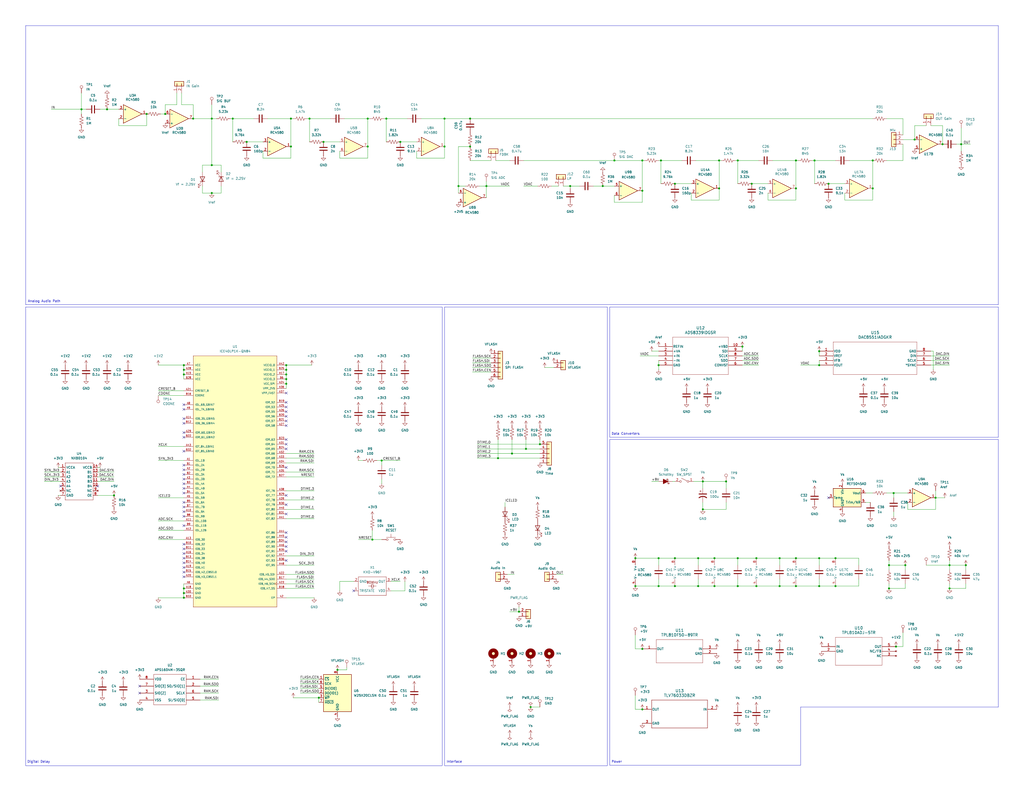
<source format=kicad_sch>
(kicad_sch (version 20231120) (generator "eeschema") (generator_version "8.0")
  (paper "C")
  (title_block (title "16-bit Digital Delay Pedal") (rev "1"))
  (junction (at 156.21 204.47))
  (junction (at 156.21 199.39))
  (junction (at 368.3 100.33))
  (junction (at 455.93 320.04))
  (junction (at 127 64.77))
  (junction (at 100.33 321.31))
  (junction (at 412.75 320.04))
  (junction (at 485.14 308.61))
  (junction (at 62.23 270.51))
  (junction (at 444.5 87.63))
  (junction (at 510.54 271.78))
  (junction (at 208.28 251.46))
  (junction (at 381 320.04))
  (junction (at 289.56 386.08))
  (junction (at 346.71 304.8))
  (junction (at 447.04 191.77))
  (junction (at 287.02 245.11))
  (junction (at 359.41 320.04))
  (junction (at 402.59 87.63))
  (junction (at 402.59 304.8))
  (junction (at 311.15 101.6))
  (junction (at 524.51 78.74))
  (junction (at 80.01 62.23))
  (junction (at 158.75 64.77))
  (junction (at 346.71 320.04))
  (junction (at 447.04 304.8))
  (junction (at 176.53 77.47))
  (junction (at 494.03 308.61))
  (junction (at 158.75 80.01))
  (junction (at 100.33 201.93))
  (junction (at 434.34 304.8))
  (junction (at 383.54 262.89))
  (junction (at 115.57 64.77))
  (junction (at 359.41 199.39))
  (junction (at 487.68 269.24))
  (junction (at 279.4 247.65))
  (junction (at 389.89 304.8))
  (junction (at 359.41 304.8))
  (junction (at 203.2 294.64))
  (junction (at 156.21 201.93))
  (junction (at 412.75 304.8))
  (junction (at 100.33 326.39))
  (junction (at 134.62 77.47))
  (junction (at 44.45 59.69))
  (junction (at 410.21 100.33))
  (junction (at 350.52 104.14))
  (junction (at 335.28 87.63))
  (junction (at 328.93 101.6))
  (junction (at 434.34 87.63))
  (junction (at 485.14 321.31))
  (junction (at 476.25 87.63))
  (junction (at 200.66 80.01))
  (junction (at 156.21 207.01))
  (junction (at 100.33 204.47))
  (junction (at 265.43 101.6))
  (junction (at 218.44 77.47))
  (junction (at 402.59 320.04))
  (junction (at 360.68 87.63))
  (junction (at 447.04 199.39))
  (junction (at 350.52 354.33))
  (junction (at 256.54 64.77))
  (junction (at 392.43 87.63))
  (junction (at 100.33 323.85))
  (junction (at 514.35 78.74))
  (junction (at 283.21 334.01))
  (junction (at 518.16 308.61))
  (junction (at 425.45 320.04))
  (junction (at 389.89 320.04))
  (junction (at 115.57 105.41))
  (junction (at 90.17 62.23))
  (junction (at 210.82 64.77))
  (junction (at 527.05 308.61))
  (junction (at 368.3 320.04))
  (junction (at 381 304.8))
  (junction (at 488.95 353.06))
  (junction (at 256.54 80.01))
  (junction (at 242.57 80.01))
  (junction (at 383.54 278.13))
  (junction (at 499.11 76.2))
  (junction (at 115.57 90.17))
  (junction (at 452.12 100.33))
  (junction (at 434.34 102.87))
  (junction (at 242.57 64.77))
  (junction (at 392.43 102.87))
  (junction (at 350.52 87.63))
  (junction (at 173.99 381))
  (junction (at 184.15 365.76))
  (junction (at 105.41 64.77))
  (junction (at 405.13 189.23))
  (junction (at 455.93 304.8))
  (junction (at 271.78 250.19))
  (junction (at 368.3 304.8))
  (junction (at 58.42 59.69))
  (junction (at 425.45 304.8))
  (junction (at 396.24 262.89))
  (junction (at 350.52 387.35))
  (junction (at 200.66 64.77))
  (junction (at 476.25 102.87))
  (junction (at 447.04 320.04))
  (junction (at 250.19 101.6))
  (junction (at 294.64 242.57))
  (junction (at 156.21 209.55))
  (junction (at 168.91 64.77))
  (junction (at 434.34 320.04))
  (junction (at 518.16 321.31))
  (junction (at 100.33 199.39))
  (no_connect (at 156.21 242.57))
  (no_connect (at 100.33 281.94))
  (no_connect (at 100.33 228.6))
  (no_connect (at 156.21 232.41))
  (no_connect (at 100.33 236.22))
  (no_connect (at 33.02 265.43))
  (no_connect (at 156.21 214.63))
  (no_connect (at 100.33 274.32))
  (no_connect (at 156.21 255.27))
  (no_connect (at 100.33 299.72))
  (no_connect (at 100.33 269.24))
  (no_connect (at 156.21 306.07))
  (no_connect (at 100.33 297.18))
  (no_connect (at 100.33 314.96))
  (no_connect (at 156.21 245.11))
  (no_connect (at 156.21 293.37))
  (no_connect (at 100.33 266.7))
  (no_connect (at 100.33 302.26))
  (no_connect (at 156.21 224.79))
  (no_connect (at 100.33 264.16))
  (no_connect (at 100.33 307.34))
  (no_connect (at 156.21 229.87))
  (no_connect (at 100.33 220.98))
  (no_connect (at 100.33 231.14))
  (no_connect (at 100.33 279.4))
  (no_connect (at 156.21 240.03))
  (no_connect (at 100.33 246.38))
  (no_connect (at 193.04 322.58))
  (no_connect (at 100.33 256.54))
  (no_connect (at 100.33 276.86))
  (no_connect (at 100.33 238.76))
  (no_connect (at 156.21 275.59))
  (no_connect (at 452.12 271.78))
  (no_connect (at 100.33 287.02))
  (no_connect (at 156.21 222.25))
  (no_connect (at 156.21 290.83))
  (no_connect (at 100.33 261.62))
  (no_connect (at 76.2 378.46))
  (no_connect (at 156.21 295.91))
  (no_connect (at 100.33 223.52))
  (no_connect (at 100.33 309.88))
  (no_connect (at 76.2 374.65))
  (no_connect (at 100.33 259.08))
  (no_connect (at 156.21 219.71))
  (no_connect (at 100.33 304.8))
  (no_connect (at 156.21 270.51))
  (no_connect (at 156.21 298.45))
  (no_connect (at 100.33 254))
  (no_connect (at 156.21 280.67))
  (no_connect (at 156.21 300.99))
  (no_connect (at 156.21 227.33))
  (no_connect (at 53.34 265.43))
  (no_connect (at 100.33 312.42))
  (wire (pts (xy 53.34 260.35) (xy 62.23 260.35)))
  (wire (pts (xy 127 64.77) (xy 127 77.47)))
  (wire (pts (xy 184.15 365.76) (xy 189.23 365.76)))
  (wire (pts (xy 421.64 87.63) (xy 434.34 87.63)))
  (wire (pts (xy 359.41 262.89) (xy 355.6 262.89)))
  (wire (pts (xy 300.99 101.6) (xy 304.8 101.6)))
  (wire (pts (xy 171.45 326.39) (xy 156.21 326.39)))
  (wire (pts (xy 485.14 308.61) (xy 485.14 306.07)))
  (wire (pts (xy 168.91 64.77) (xy 167.64 64.77)))
  (wire (pts (xy 355.6 191.77) (xy 359.41 191.77)))
  (wire (pts (xy 163.83 373.38) (xy 173.99 373.38)))
  (wire (pts (xy 187.96 64.77) (xy 200.66 64.77)))
  (wire (pts (xy 208.28 251.46) (xy 218.44 251.46)))
  (wire (pts (xy 100.33 199.39) (xy 100.33 201.93)))
  (polyline (pts (xy 436.88 417.83) (xy 332.74 417.83)))
  (wire (pts (xy 396.24 262.89) (xy 396.24 266.7)))
  (wire (pts (xy 278.13 334.01) (xy 283.21 334.01)))
  (wire (pts (xy 346.71 379.73) (xy 346.71 387.35)))
  (wire (pts (xy 515.62 271.78) (xy 510.54 271.78)))
  (wire (pts (xy 143.51 86.36) (xy 158.75 86.36)))
  (wire (pts (xy 492.76 78.74) (xy 492.76 87.63)))
  (wire (pts (xy 402.59 304.8) (xy 402.59 308.61)))
  (wire (pts (xy 425.45 304.8) (xy 425.45 308.61)))
  (wire (pts (xy 256.54 87.63) (xy 267.97 87.63)))
  (wire (pts (xy 173.99 381) (xy 173.99 383.54)))
  (wire (pts (xy 86.36 251.46) (xy 100.33 251.46)))
  (wire (pts (xy 64.77 68.58) (xy 64.77 64.77)))
  (wire (pts (xy 379.73 87.63) (xy 392.43 87.63)))
  (wire (pts (xy 146.05 64.77) (xy 158.75 64.77)))
  (wire (pts (xy 115.57 90.17) (xy 110.49 90.17)))
  (wire (pts (xy 389.89 304.8) (xy 402.59 304.8)))
  (wire (pts (xy 410.21 100.33) (xy 419.1 100.33)))
  (wire (pts (xy 125.73 64.77) (xy 127 64.77)))
  (wire (pts (xy 487.68 279.4) (xy 487.68 281.94)))
  (wire (pts (xy 412.75 320.04) (xy 425.45 320.04)))
  (wire (pts (xy 208.28 264.16) (xy 208.28 261.62)))
  (wire (pts (xy 156.21 273.05) (xy 171.45 273.05)))
  (wire (pts (xy 287.02 245.11) (xy 294.64 245.11)))
  (wire (pts (xy 100.33 318.77) (xy 100.33 321.31)))
  (wire (pts (xy 44.45 62.23) (xy 44.45 59.69)))
  (wire (pts (xy 271.78 250.19) (xy 294.64 250.19)))
  (wire (pts (xy 110.49 105.41) (xy 110.49 101.6)))
  (wire (pts (xy 265.43 101.6) (xy 265.43 107.95)))
  (wire (pts (xy 494.03 311.15) (xy 494.03 308.61)))
  (wire (pts (xy 171.45 321.31) (xy 156.21 321.31)))
  (wire (pts (xy 203.2 294.64) (xy 208.28 294.64)))
  (wire (pts (xy 250.19 101.6) (xy 250.19 105.41)))
  (wire (pts (xy 156.21 201.93) (xy 156.21 204.47)))
  (wire (pts (xy 392.43 102.87) (xy 392.43 109.22)))
  (wire (pts (xy 160.02 64.77) (xy 158.75 64.77)))
  (wire (pts (xy 294.64 247.65) (xy 279.4 247.65)))
  (wire (pts (xy 261.62 101.6) (xy 265.43 101.6)))
  (wire (pts (xy 494.03 318.77) (xy 494.03 321.31)))
  (wire (pts (xy 205.74 251.46) (xy 208.28 251.46)))
  (wire (pts (xy 487.68 269.24) (xy 495.3 269.24)))
  (wire (pts (xy 508 194.31) (xy 518.16 194.31)))
  (wire (pts (xy 527.05 311.15) (xy 527.05 308.61)))
  (wire (pts (xy 156.21 250.19) (xy 171.45 250.19)))
  (wire (pts (xy 185.42 86.36) (xy 200.66 86.36)))
  (wire (pts (xy 447.04 196.85) (xy 447.04 199.39)))
  (wire (pts (xy 189.23 365.76) (xy 189.23 364.49)))
  (wire (pts (xy 96.52 50.8) (xy 96.52 57.15)))
  (wire (pts (xy 90.17 57.15) (xy 90.17 62.23)))
  (wire (pts (xy 156.21 283.21) (xy 171.45 283.21)))
  (wire (pts (xy 378.46 262.89) (xy 383.54 262.89)))
  (wire (pts (xy 257.81 195.58) (xy 267.97 195.58)))
  (wire (pts (xy 492.76 353.06) (xy 488.95 353.06)))
  (wire (pts (xy 483.87 64.77) (xy 492.76 64.77)))
  (wire (pts (xy 443.23 87.63) (xy 444.5 87.63)))
  (wire (pts (xy 405.13 199.39) (xy 414.02 199.39)))
  (wire (pts (xy 396.24 274.32) (xy 396.24 278.13)))
  (wire (pts (xy 435.61 87.63) (xy 434.34 87.63)))
  (wire (pts (xy 285.75 101.6) (xy 293.37 101.6)))
  (wire (pts (xy 283.21 331.47) (xy 283.21 334.01)))
  (wire (pts (xy 53.34 270.51) (xy 62.23 270.51)))
  (wire (pts (xy 100.33 294.64) (xy 86.36 294.64)))
  (wire (pts (xy 518.16 321.31) (xy 518.16 318.77)))
  (wire (pts (xy 33.02 257.81) (xy 24.13 257.81)))
  (wire (pts (xy 346.71 320.04) (xy 359.41 320.04)))
  (wire (pts (xy 53.34 257.81) (xy 62.23 257.81)))
  (wire (pts (xy 383.54 278.13) (xy 396.24 278.13)))
  (wire (pts (xy 115.57 57.15) (xy 115.57 64.77)))
  (wire (pts (xy 87.63 62.23) (xy 90.17 62.23)))
  (wire (pts (xy 158.75 80.01) (xy 158.75 86.36)))
  (wire (pts (xy 168.91 64.77) (xy 180.34 64.77)))
  (wire (pts (xy 485.14 321.31) (xy 494.03 321.31)))
  (wire (pts (xy 260.35 245.11) (xy 287.02 245.11)))
  (wire (pts (xy 468.63 304.8) (xy 455.93 304.8)))
  (wire (pts (xy 508 196.85) (xy 518.16 196.85)))
  (wire (pts (xy 405.13 196.85) (xy 414.02 196.85)))
  (wire (pts (xy 156.21 199.39) (xy 156.21 201.93)))
  (wire (pts (xy 200.66 64.77) (xy 200.66 80.01)))
  (wire (pts (xy 377.19 105.41) (xy 377.19 109.22)))
  (wire (pts (xy 468.63 316.23) (xy 468.63 320.04)))
  (wire (pts (xy 31.75 255.27) (xy 33.02 255.27)))
  (wire (pts (xy 168.91 64.77) (xy 168.91 77.47)))
  (wire (pts (xy 349.25 194.31) (xy 359.41 194.31)))
  (wire (pts (xy 100.33 289.56) (xy 86.36 289.56)))
  (wire (pts (xy 90.17 57.15) (xy 96.52 57.15)))
  (wire (pts (xy 476.25 87.63) (xy 476.25 102.87)))
  (wire (pts (xy 383.54 262.89) (xy 396.24 262.89)))
  (wire (pts (xy 156.21 316.23) (xy 171.45 316.23)))
  (wire (pts (xy 163.83 375.92) (xy 173.99 375.92)))
  (wire (pts (xy 402.59 87.63) (xy 414.02 87.63)))
  (wire (pts (xy 279.4 247.65) (xy 279.4 240.03)))
  (wire (pts (xy 360.68 87.63) (xy 372.11 87.63)))
  (wire (pts (xy 33.02 260.35) (xy 24.13 260.35)))
  (wire (pts (xy 328.93 101.6) (xy 335.28 101.6)))
  (wire (pts (xy 508 191.77) (xy 509.27 191.77)))
  (wire (pts (xy 109.22 370.84) (xy 119.38 370.84)))
  (wire (pts (xy 359.41 320.04) (xy 368.3 320.04)))
  (wire (pts (xy 492.76 76.2) (xy 499.11 76.2)))
  (wire (pts (xy 487.68 271.78) (xy 487.68 269.24)))
  (wire (pts (xy 170.18 199.39) (xy 156.21 199.39)))
  (wire (pts (xy 163.83 378.46) (xy 173.99 378.46)))
  (wire (pts (xy 31.75 270.51) (xy 33.02 270.51)))
  (wire (pts (xy 447.04 304.8) (xy 447.04 308.61)))
  (wire (pts (xy 307.34 101.6) (xy 311.15 101.6)))
  (wire (pts (xy 105.41 64.77) (xy 115.57 64.77)))
  (wire (pts (xy 514.35 68.58) (xy 514.35 78.74)))
  (wire (pts (xy 120.65 105.41) (xy 115.57 105.41)))
  (wire (pts (xy 463.55 87.63) (xy 476.25 87.63)))
  (wire (pts (xy 434.34 87.63) (xy 434.34 102.87)))
  (wire (pts (xy 156.21 204.47) (xy 156.21 207.01)))
  (wire (pts (xy 260.35 250.19) (xy 271.78 250.19)))
  (polyline (pts (xy 332.74 240.03) (xy 332.74 417.83)))
  (wire (pts (xy 257.81 198.12) (xy 267.97 198.12)))
  (wire (pts (xy 359.41 196.85) (xy 359.41 199.39)))
  (wire (pts (xy 185.42 317.5) (xy 193.04 317.5)))
  (wire (pts (xy 109.22 378.46) (xy 119.38 378.46)))
  (wire (pts (xy 444.5 87.63) (xy 455.93 87.63)))
  (wire (pts (xy 156.21 278.13) (xy 171.45 278.13)))
  (wire (pts (xy 294.64 240.03) (xy 294.64 242.57)))
  (wire (pts (xy 156.21 308.61) (xy 171.45 308.61)))
  (wire (pts (xy 203.2 289.56) (xy 203.2 294.64)))
  (wire (pts (xy 499.11 68.58) (xy 505.46 68.58)))
  (wire (pts (xy 156.21 252.73) (xy 171.45 252.73)))
  (wire (pts (xy 58.42 59.69) (xy 64.77 59.69)))
  (wire (pts (xy 368.3 320.04) (xy 381 320.04)))
  (wire (pts (xy 86.36 215.9) (xy 100.33 215.9)))
  (polyline (pts (xy 544.83 240.03) (xy 544.83 386.08)))
  (wire (pts (xy 280.67 313.69) (xy 276.86 313.69)))
  (wire (pts (xy 434.34 320.04) (xy 447.04 320.04)))
  (wire (pts (xy 86.36 199.39) (xy 100.33 199.39)))
  (wire (pts (xy 213.36 317.5) (xy 218.44 317.5)))
  (wire (pts (xy 402.59 87.63) (xy 402.59 100.33)))
  (wire (pts (xy 257.81 200.66) (xy 267.97 200.66)))
  (wire (pts (xy 359.41 316.23) (xy 359.41 320.04)))
  (wire (pts (xy 80.01 68.58) (xy 64.77 68.58)))
  (wire (pts (xy 447.04 320.04) (xy 455.93 320.04)))
  (wire (pts (xy 350.52 87.63) (xy 351.79 87.63)))
  (wire (pts (xy 359.41 199.39) (xy 359.41 201.93)))
  (wire (pts (xy 359.41 304.8) (xy 368.3 304.8)))
  (wire (pts (xy 452.12 100.33) (xy 461.01 100.33)))
  (wire (pts (xy 521.97 78.74) (xy 524.51 78.74)))
  (wire (pts (xy 518.16 308.61) (xy 518.16 311.15)))
  (wire (pts (xy 524.51 78.74) (xy 524.51 82.55)))
  (wire (pts (xy 518.16 308.61) (xy 518.16 306.07)))
  (wire (pts (xy 120.65 93.98) (xy 120.65 90.17)))
  (wire (pts (xy 260.35 247.65) (xy 279.4 247.65)))
  (wire (pts (xy 185.42 322.58) (xy 185.42 317.5)))
  (wire (pts (xy 461.01 109.22) (xy 476.25 109.22)))
  (wire (pts (xy 271.78 240.03) (xy 271.78 250.19)))
  (wire (pts (xy 468.63 320.04) (xy 455.93 320.04)))
  (wire (pts (xy 444.5 100.33) (xy 444.5 87.63)))
  (wire (pts (xy 171.45 260.35) (xy 156.21 260.35)))
  (wire (pts (xy 208.28 254) (xy 208.28 251.46)))
  (polyline (pts (xy 544.83 386.08) (xy 436.88 386.08)))
  (wire (pts (xy 44.45 50.8) (xy 44.45 59.69)))
  (wire (pts (xy 209.55 64.77) (xy 210.82 64.77)))
  (wire (pts (xy 492.76 345.44) (xy 492.76 353.06)))
  (wire (pts (xy 368.3 304.8) (xy 381 304.8)))
  (wire (pts (xy 109.22 374.65) (xy 119.38 374.65)))
  (wire (pts (xy 120.65 90.17) (xy 115.57 90.17)))
  (wire (pts (xy 100.33 323.85) (xy 100.33 326.39)))
  (wire (pts (xy 393.7 87.63) (xy 392.43 87.63)))
  (wire (pts (xy 381 304.8) (xy 381 308.61)))
  (wire (pts (xy 483.87 87.63) (xy 492.76 87.63)))
  (wire (pts (xy 495.3 274.32) (xy 495.3 278.13)))
  (wire (pts (xy 44.45 59.69) (xy 46.99 59.69)))
  (wire (pts (xy 115.57 64.77) (xy 115.57 90.17)))
  (wire (pts (xy 524.51 69.85) (xy 524.51 78.74)))
  (wire (pts (xy 447.04 316.23) (xy 447.04 320.04)))
  (wire (pts (xy 210.82 77.47) (xy 210.82 64.77)))
  (wire (pts (xy 436.88 199.39) (xy 447.04 199.39)))
  (wire (pts (xy 402.59 304.8) (xy 412.75 304.8)))
  (wire (pts (xy 468.63 308.61) (xy 468.63 304.8)))
  (wire (pts (xy 156.21 207.01) (xy 156.21 209.55)))
  (wire (pts (xy 213.36 322.58) (xy 220.98 322.58)))
  (wire (pts (xy 227.33 86.36) (xy 242.57 86.36)))
  (wire (pts (xy 412.75 304.8) (xy 425.45 304.8)))
  (wire (pts (xy 27.94 59.69) (xy 44.45 59.69)))
  (wire (pts (xy 527.05 318.77) (xy 527.05 321.31)))
  (wire (pts (xy 377.19 109.22) (xy 392.43 109.22)))
  (wire (pts (xy 485.14 321.31) (xy 485.14 318.77)))
  (wire (pts (xy 447.04 304.8) (xy 455.93 304.8)))
  (wire (pts (xy 297.18 200.66) (xy 302.26 200.66)))
  (wire (pts (xy 381 304.8) (xy 389.89 304.8)))
  (wire (pts (xy 335.28 87.63) (xy 350.52 87.63)))
  (wire (pts (xy 171.45 318.77) (xy 156.21 318.77)))
  (wire (pts (xy 256.54 64.77) (xy 476.25 64.77)))
  (wire (pts (xy 270.51 87.63) (xy 278.13 87.63)))
  (wire (pts (xy 105.41 57.15) (xy 105.41 64.77)))
  (wire (pts (xy 115.57 105.41) (xy 110.49 105.41)))
  (wire (pts (xy 485.14 308.61) (xy 485.14 311.15)))
  (wire (pts (xy 156.21 247.65) (xy 171.45 247.65)))
  (wire (pts (xy 242.57 64.77) (xy 242.57 80.01)))
  (wire (pts (xy 499.11 68.58) (xy 499.11 76.2)))
  (wire (pts (xy 505.46 308.61) (xy 518.16 308.61)))
  (wire (pts (xy 474.98 274.32) (xy 472.44 274.32)))
  (wire (pts (xy 200.66 80.01) (xy 200.66 86.36)))
  (wire (pts (xy 419.1 109.22) (xy 434.34 109.22)))
  (wire (pts (xy 335.28 106.68) (xy 335.28 110.49)))
  (wire (pts (xy 524.51 78.74) (xy 529.59 78.74)))
  (wire (pts (xy 425.45 316.23) (xy 425.45 320.04)))
  (wire (pts (xy 156.21 257.81) (xy 171.45 257.81)))
  (wire (pts (xy 350.52 104.14) (xy 350.52 110.49)))
  (wire (pts (xy 476.25 269.24) (xy 472.44 269.24)))
  (wire (pts (xy 99.06 57.15) (xy 105.41 57.15)))
  (wire (pts (xy 143.51 82.55) (xy 143.51 86.36)))
  (wire (pts (xy 100.33 243.84) (xy 86.36 243.84)))
  (wire (pts (xy 383.54 266.7) (xy 383.54 262.89)))
  (wire (pts (xy 163.83 370.84) (xy 173.99 370.84)))
  (wire (pts (xy 134.62 77.47) (xy 143.51 77.47)))
  (wire (pts (xy 158.75 64.77) (xy 158.75 80.01)))
  (wire (pts (xy 335.28 110.49) (xy 350.52 110.49)))
  (wire (pts (xy 265.43 101.6) (xy 278.13 101.6)))
  (wire (pts (xy 201.93 64.77) (xy 200.66 64.77)))
  (wire (pts (xy 434.34 304.8) (xy 447.04 304.8)))
  (wire (pts (xy 195.58 251.46) (xy 198.12 251.46)))
  (wire (pts (xy 242.57 80.01) (xy 242.57 86.36)))
  (wire (pts (xy 33.02 262.89) (xy 24.13 262.89)))
  (wire (pts (xy 527.05 308.61) (xy 518.16 308.61)))
  (wire (pts (xy 260.35 242.57) (xy 294.64 242.57)))
  (wire (pts (xy 110.49 90.17) (xy 110.49 93.98)))
  (wire (pts (xy 100.33 201.93) (xy 100.33 204.47)))
  (wire (pts (xy 100.33 213.36) (xy 86.36 213.36)))
  (wire (pts (xy 311.15 101.6) (xy 316.23 101.6)))
  (wire (pts (xy 494.03 308.61) (xy 485.14 308.61)))
  (wire (pts (xy 405.13 194.31) (xy 414.02 194.31)))
  (wire (pts (xy 227.33 82.55) (xy 227.33 86.36)))
  (wire (pts (xy 389.89 320.04) (xy 402.59 320.04)))
  (wire (pts (xy 195.58 294.64) (xy 203.2 294.64)))
  (wire (pts (xy 368.3 100.33) (xy 377.19 100.33)))
  (wire (pts (xy 100.33 321.31) (xy 100.33 323.85)))
  (wire (pts (xy 425.45 304.8) (xy 434.34 304.8)))
  (wire (pts (xy 495.3 278.13) (xy 510.54 278.13)))
  (wire (pts (xy 86.36 271.78) (xy 100.33 271.78)))
  (wire (pts (xy 218.44 77.47) (xy 227.33 77.47)))
  (wire (pts (xy 250.19 80.01) (xy 256.54 80.01)))
  (wire (pts (xy 402.59 320.04) (xy 412.75 320.04)))
  (wire (pts (xy 160.02 381) (xy 173.99 381)))
  (wire (pts (xy 265.43 99.06) (xy 265.43 101.6)))
  (wire (pts (xy 381 320.04) (xy 389.89 320.04)))
  (wire (pts (xy 346.71 346.71) (xy 346.71 354.33)))
  (wire (pts (xy 359.41 87.63) (xy 360.68 87.63)))
  (wire (pts (xy 510.54 278.13) (xy 510.54 271.78)))
  (wire (pts (xy 509.27 191.77) (xy 509.27 201.93)))
  (wire (pts (xy 80.01 62.23) (xy 80.01 68.58)))
  (wire (pts (xy 53.34 262.89) (xy 62.23 262.89)))
  (wire (pts (xy 285.75 87.63) (xy 335.28 87.63)))
  (wire (pts (xy 156.21 303.53) (xy 171.45 303.53)))
  (wire (pts (xy 185.42 82.55) (xy 185.42 86.36)))
  (wire (pts (xy 115.57 64.77) (xy 118.11 64.77)))
  (wire (pts (xy 287.02 245.11) (xy 287.02 240.03)))
  (wire (pts (xy 86.36 326.39) (xy 100.33 326.39)))
  (wire (pts (xy 109.22 382.27) (xy 119.38 382.27)))
  (wire (pts (xy 120.65 101.6) (xy 120.65 105.41)))
  (wire (pts (xy 476.25 102.87) (xy 476.25 109.22)))
  (wire (pts (xy 518.16 321.31) (xy 527.05 321.31)))
  (wire (pts (xy 346.71 354.33) (xy 350.52 354.33)))
  (wire (pts (xy 492.76 64.77) (xy 492.76 73.66)))
  (wire (pts (xy 171.45 313.69) (xy 156.21 313.69)))
  (wire (pts (xy 434.34 102.87) (xy 434.34 109.22)))
  (wire (pts (xy 402.59 87.63) (xy 401.32 87.63)))
  (wire (pts (xy 257.81 203.2) (xy 267.97 203.2)))
  (wire (pts (xy 311.15 102.87) (xy 311.15 101.6)))
  (wire (pts (xy 127 64.77) (xy 138.43 64.77)))
  (wire (pts (xy 229.87 64.77) (xy 242.57 64.77)))
  (wire (pts (xy 346.71 304.8) (xy 359.41 304.8)))
  (wire (pts (xy 346.71 387.35) (xy 350.52 387.35)))
  (wire (pts (xy 210.82 64.77) (xy 222.25 64.77)))
  (wire (pts (xy 425.45 320.04) (xy 434.34 320.04)))
  (wire (pts (xy 99.06 50.8) (xy 99.06 57.15)))
  (wire (pts (xy 360.68 87.63) (xy 360.68 100.33)))
  (wire (pts (xy 508 68.58) (xy 514.35 68.58)))
  (wire (pts (xy 461.01 105.41) (xy 461.01 109.22)))
  (wire (pts (xy 58.42 59.69) (xy 54.61 59.69)))
  (wire (pts (xy 242.57 64.77) (xy 256.54 64.77)))
  (wire (pts (xy 323.85 101.6) (xy 328.93 101.6)))
  (wire (pts (xy 367.03 262.89) (xy 368.3 262.89)))
  (wire (pts (xy 250.19 80.01) (xy 250.19 101.6)))
  (wire (pts (xy 156.21 267.97) (xy 171.45 267.97)))
  (wire (pts (xy 405.13 189.23) (xy 405.13 191.77)))
  (wire (pts (xy 392.43 87.63) (xy 392.43 102.87)))
  (wire (pts (xy 176.53 77.47) (xy 185.42 77.47)))
  (wire (pts (xy 289.56 386.08) (xy 294.64 386.08)))
  (wire (pts (xy 275.59 274.32) (xy 275.59 276.86)))
  (wire (pts (xy 100.33 204.47) (xy 100.33 207.01)))
  (wire (pts (xy 156.21 209.55) (xy 156.21 212.09)))
  (wire (pts (xy 220.98 322.58) (xy 220.98 317.5)))
  (polyline (pts (xy 436.88 386.08) (xy 436.88 417.83)))
  (wire (pts (xy 359.41 304.8) (xy 359.41 308.61)))
  (wire (pts (xy 510.54 267.97) (xy 510.54 271.78)))
  (wire (pts (xy 402.59 316.23) (xy 402.59 320.04)))
  (wire (pts (xy 250.19 101.6) (xy 254 101.6)))
  (wire (pts (xy 383.54 274.32) (xy 383.54 278.13)))
  (polyline (pts (xy 332.74 240.03) (xy 544.83 240.03)))
  (wire (pts (xy 381 316.23) (xy 381 320.04)))
  (wire (pts (xy 350.52 87.63) (xy 350.52 104.14)))
  (wire (pts (xy 447.04 191.77) (xy 447.04 194.31)))
  (wire (pts (xy 307.34 313.69) (xy 303.53 313.69)))
  (wire (pts (xy 100.33 284.48) (xy 86.36 284.48)))
  (wire (pts (xy 419.1 105.41) (xy 419.1 109.22)))
  (wire (pts (xy 54.61 255.27) (xy 53.34 255.27)))
  (wire (pts (xy 508 199.39) (xy 518.16 199.39)))
  (wire (pts (xy 483.87 269.24) (xy 487.68 269.24)))
  (rectangle (start 13.97 167.64) (end 241.3 418.084))
  (rectangle (start 332.74 167.64) (end 544.83 238.76))
  (rectangle (start 13.97 13.97) (end 544.83 166.37))
  (rectangle (start 242.57 167.64) (end 331.47 418.084))
  (text "Data Converters" (at 341.376 236.982 0) (effects (font (size 1.27 1.27))))
  (text "Power" (at 336.55 416.052 0) (effects (font (size 1.27 1.27))))
  (text "Analog Audio Path" (at 24.13 164.592 0) (effects (font (size 1.27 1.27))))
  (text "Digital Delay" (at 21.082 416.052 0) (effects (font (size 1.27 1.27))))
  (text "Interface" (at 247.904 416.052 0) (effects (font (size 1.27 1.27))))
  (label "DIN_3V3" (at 24.13 262.89 0))
  (label "DTIME.1" (at 171.45 278.13 180))
  (label "RAM.SCK" (at 119.38 378.46 180))
  (label "DTIME.0" (at 171.45 283.21 180))
  (label "DAC.SYN" (at 518.16 199.39 180))
  (label "VDAC" (at 436.88 199.39 0))
  (label "DAC.SYN" (at 62.23 257.81 180))
  (label "CRESET_B" (at 86.36 213.36 0))
  (label "FLASH.SDI" (at 163.83 375.92 0))
  (label "RAM.SCK" (at 171.45 257.81 180))
  (label "FLASH.SDO" (at 171.45 313.69 180))
  (label "ADC.SDO" (at 414.02 196.85 180))
  (label "DTIME.2" (at 260.35 247.65 0))
  (label "ADC.SCK" (at 414.02 194.31 180))
  (label "ADC.SCK" (at 86.36 284.48 0))
  (label "DTIME.3" (at 171.45 267.97 180))
  (label "RAM.SDO" (at 171.45 250.19 180))
  (label "RAM.CEN" (at 171.45 247.65 180))
  (label "RAM.SDO" (at 119.38 374.65 180))
  (label "SYN_3V3" (at 24.13 257.81 0))
  (label "SYN_3V3" (at 86.36 251.46 0))
  (label "ADC.CNV" (at 414.02 199.39 180))
  (label "VDAC" (at 285.75 101.6 0))
  (label "FLASH.SCK" (at 171.45 318.77 180))
  (label "+9V" (at 278.13 334.01 0))
  (label "SCK_3V3" (at 24.13 260.35 0))
  (label "SCK_3V3" (at 171.45 308.61 180))
  (label "FLASH.SDO" (at 257.81 200.66 0))
  (label "RAM.SDI" (at 119.38 382.27 180))
  (label "ADC.SDO" (at 86.36 289.56 0))
  (label "VADC" (at 278.13 101.6 180))
  (label "IN" (at 280.67 313.69 180))
  (label "DTIME.0" (at 260.35 242.57 0))
  (label "NRESET" (at 195.58 294.64 0))
  (label "DAC.SCK" (at 518.16 196.85 180))
  (label "DTIME.1" (at 260.35 245.11 0))
  (label "DTIME.3" (at 260.35 250.19 0))
  (label "DTIME.2" (at 171.45 273.05 180))
  (label "+9V" (at 355.6 262.89 0))
  (label "RAM.SDI" (at 171.45 252.73 180))
  (label "NRESET" (at 171.45 260.35 180))
  (label "FLASH.SDI" (at 257.81 198.12 0))
  (label "DAC.DIN" (at 518.16 194.31 180))
  (label "CDONE" (at 86.36 215.9 0))
  (label "DAC.DIN" (at 62.23 262.89 180))
  (label "FLASH.SDO" (at 163.83 378.46 0))
  (label "ICELED" (at 86.36 271.78 0))
  (label "XCLK" (at 86.36 243.84 0))
  (label "CRESET_B" (at 218.44 251.46 180))
  (label "FLASH.CEN" (at 257.81 203.2 0))
  (label "OUT" (at 529.59 78.74 180))
  (label "DAC.SCK" (at 62.23 260.35 180))
  (label "DIN_3V3" (at 171.45 303.53 180))
  (label "FLASH.SDI" (at 171.45 316.23 180))
  (label "FLASH.SCK" (at 163.83 373.38 0))
  (label "IN" (at 27.94 59.69 0))
  (label "FLASH.CEN" (at 171.45 321.31 180))
  (label "ICELED" (at 275.59 274.32 0))
  (label "ADC.CNV" (at 86.36 294.64 0))
  (label "OUT" (at 307.34 313.69 180))
  (label "RAM.CEN" (at 119.38 370.84 180))
  (label "VADC" (at 349.25 194.31 0))
  (label "FLASH.CEN" (at 163.83 370.84 0))
  (label "XCLK" (at 218.44 317.5 180))
  (label "FLASH.SCK" (at 257.81 195.58 0))
  (symbol (lib_id "Device:C") (at 35.56 203.2 0) (mirror y) (unit 1)
    (property "Reference" "C55" (at 31.75 201.9299 0) (effects (justify left)))
    (property "Value" "0.1u" (at 31.75 204.4699 0) (effects (justify left)))
    (property "Footprint" "Capacitor_SMD:C_0603_1608Metric_Pad1.08x0.95mm_HandSolder" (effects (hide yes)))
    (property "Description" "Unpolarized capacitor" (effects (hide yes)))
  )
  (symbol (lib_id "power:GND") (at 76.2 382.27 0) (mirror y) (unit 1)
    (property "Reference" "#PWR012" (effects (hide yes)))
    (property "Value" "GND" (at 76.2 387.35 0))
    (property "Description" "Power symbol creates a global label with name \"GND\" , ground" (effects (hide yes)))
  )
  (symbol (lib_id "Amplifier_Operational:RC4580") (at 415.29 312.42 0) (unit 3)
    (property "Reference" "U9" (at 414.02 311.1499 0) (effects (justify left)))
    (property "Value" "RC4580" (at 414.02 313.69 0) (effects (justify left)))
    (property "Footprint" "Package_SO:SOIC-8_3.9x4.9mm_P1.27mm" (effects (hide yes)))
    (property "Datasheet" "http://www.ti.com/lit/ds/symlink/rc4580.pdf" (effects (hide yes)))
    (property "Description" "Dual Audio Operational Amplifier, SOIC-8/SSOP-8" (effects (hide yes)))
  )
  (symbol (lib_id "power:GND") (at 500.38 359.41 0) (unit 1)
    (property "Reference" "#PWR087" (effects (hide yes)))
    (property "Value" "GND" (at 500.38 364.49 0))
    (property "Description" "Power symbol creates a global label with name \"GND\" , ground" (effects (hide yes)))
  )
  (symbol (lib_id "Device:LED") (at 110.49 97.79 270) (mirror x) (unit 1)
    (property "Reference" "D1" (at 106.68 98.1074 90) (effects (justify right)))
    (property "Value" "Vf = 2.25V" (at 106.68 100.6474 90) (effects (justify right)))
    (property "Footprint" "LED_SMD:LED_0603_1608Metric_Pad1.05x0.95mm_HandSolder" (effects (hide yes)))
    (property "Description" "Light emitting diode" (effects (hide yes)))
  )
  (symbol (lib_id "power:GND") (at 391.16 356.87 0) (mirror y) (unit 1)
    (property "Reference" "#PWR082" (effects (hide yes)))
    (property "Value" "GND" (at 391.16 361.95 0))
    (property "Description" "Power symbol creates a global label with name \"GND\" , ground" (effects (hide yes)))
  )
  (symbol (lib_id "Device:C") (at 487.68 275.59 0) (unit 1)
    (property "Reference" "C38" (at 491.49 274.3199 0) (effects (justify left)))
    (property "Value" "1u" (at 491.49 276.8599 0) (effects (justify left)))
    (property "Footprint" "Capacitor_SMD:C_0603_1608Metric_Pad1.08x0.95mm_HandSolder" (effects (hide yes)))
    (property "Description" "Unpolarized capacitor" (effects (hide yes)))
  )
  (symbol (lib_id "power:+1V0") (at 297.18 200.66 0) (mirror y) (unit 1)
    (property "Reference" "#PWR060" (effects (hide yes)))
    (property "Value" "+3V3" (at 297.18 195.58 0))
    (property "Description" "Power symbol creates a global label with name \"+1V0\"" (effects (hide yes)))
  )
  (symbol (lib_id "power:GND") (at 485.14 321.31 0) (mirror y) (unit 1)
    (property "Reference" "#PWR0141" (effects (hide yes)))
    (property "Value" "GND" (at 485.14 326.39 0))
    (property "Description" "Power symbol creates a global label with name \"GND\" , ground" (effects (hide yes)))
  )
  (symbol (lib_id "Device:C") (at 58.42 203.2 0) (mirror y) (unit 1)
    (property "Reference" "C53" (at 54.61 201.9299 0) (effects (justify left)))
    (property "Value" "0.1u" (at 54.61 204.4699 0) (effects (justify left)))
    (property "Footprint" "Capacitor_SMD:C_0603_1608Metric_Pad1.08x0.95mm_HandSolder" (effects (hide yes)))
    (property "Description" "Unpolarized capacitor" (effects (hide yes)))
  )
  (symbol (lib_id "TPL810ADJ_5TR:TPL810ADJ-5TR") (at 448.31 353.06 0) (unit 1)
    (property "Reference" "U10" (at 468.63 342.9 0) (effects (font (size 1.524 1.524))))
    (property "Value" "TPL810ADJ-5TR" (at 468.63 345.44 0) (effects (font (size 1.524 1.524))))
    (property "Footprint" "PCM_Package_TO_SOT_SMD_AKL:SOT-23-5_HandSoldering" (effects (hide yes)))
    (property "Datasheet" "TPL810ADJ-5TR" (effects (hide yes)))
  )
  (symbol (lib_id "Device:C") (at 402.59 355.6 0) (unit 1)
    (property "Reference" "C23" (at 406.4 354.3299 0) (effects (justify left)))
    (property "Value" "0.1u" (at 406.4 356.8699 0) (effects (justify left)))
    (property "Footprint" "Capacitor_SMD:C_0603_1608Metric_Pad1.08x0.95mm_HandSolder" (effects (hide yes)))
    (property "Description" "Unpolarized capacitor" (effects (hide yes)))
  )
  (symbol (lib_id "PCM_SL_Mechanical:MountingHole_M3_3.2mm_Pad") (at 269.24 356.87 0) (unit 1)
    (property "Reference" "H1" (at 273.05 356.8699 0) (effects (justify left)))
    (property "Value" "MountingHole_M3_3.2mm_Pad" (effects (hide yes)))
    (property "Footprint" "PCM_SL_Mechanical:MountingHole_3.2mm_Pad" (effects (hide yes)))
    (property "Description" "3.2mm Diameter Mounting Hole Pad (M3)" (effects (hide yes)))
  )
  (symbol (lib_id "Device:C") (at 494.03 314.96 0) (unit 1)
    (property "Reference" "C56" (at 497.84 313.6899 0) (effects (justify left)))
    (property "Value" "47u" (at 497.84 316.2299 0) (effects (justify left)))
    (property "Footprint" "Capacitor_SMD:C_1206_3216Metric_Pad1.33x1.80mm_HandSolder" (effects (hide yes)))
    (property "Description" "Unpolarized capacitor" (effects (hide yes)))
  )
  (symbol (lib_id "power:GND") (at 250.19 110.49 0) (mirror y) (unit 1)
    (property "Reference" "#PWR044" (effects (hide yes)))
    (property "Value" "+2V5" (at 250.19 115.57 0))
    (property "Description" "Power symbol creates a global label with name \"GND\" , ground" (effects (hide yes)))
  )
  (symbol (lib_id "Device:R_US") (at 205.74 64.77 270) (unit 1)
    (property "Reference" "R10" (at 205.74 58.42 90))
    (property "Value" "845" (at 205.74 60.96 90))
    (property "Footprint" "Resistor_SMD:R_0603_1608Metric_Pad0.98x0.95mm_HandSolder" (effects (hide yes)))
    (property "Description" "Resistor, US symbol" (effects (hide yes)))
  )
  (symbol (lib_id "Device:R_US") (at 44.45 66.04 0) (unit 1)
    (property "Reference" "R1" (at 46.99 64.7699 0) (effects (justify left)))
    (property "Value" "1M" (at 46.99 67.3099 0) (effects (justify left)))
    (property "Footprint" "Resistor_SMD:R_0603_1608Metric_Pad0.98x0.95mm_HandSolder" (effects (hide yes)))
    (property "Description" "Resistor, US symbol" (effects (hide yes)))
  )
  (symbol (lib_id "Device:R_US") (at 256.54 76.2 0) (unit 1)
    (property "Reference" "R12" (at 259.08 74.9299 0) (effects (justify left)))
    (property "Value" "20k" (at 259.08 77.4699 0) (effects (justify left)))
    (property "Footprint" "Resistor_SMD:R_0603_1608Metric_Pad0.98x0.95mm_HandSolder" (effects (hide yes)))
    (property "Description" "Resistor, US symbol" (effects (hide yes)))
  )
  (symbol (lib_id "power:GND") (at 115.57 105.41 0) (mirror y) (unit 1)
    (property "Reference" "#PWR019" (effects (hide yes)))
    (property "Value" "Vref" (at 115.57 110.49 0))
    (property "Description" "Power symbol creates a global label with name \"GND\" , ground" (effects (hide yes)))
  )
  (symbol (lib_id "Connector:TestPoint") (at 86.36 215.9 180) (unit 1)
    (property "Reference" "TP14" (at 88.9 217.9319 0) (effects (justify right)))
    (property "Value" "CDONE" (at 88.9 220.4719 0) (effects (justify right)))
    (property "Footprint" "TestPoint:TestPoint_THTPad_D1.0mm_Drill0.5mm" (effects (hide yes)))
    (property "Description" "test point" (effects (hide yes)))
  )
  (symbol (lib_id "power:GND") (at 474.98 281.94 0) (mirror y) (unit 1)
    (property "Reference" "#PWR0115" (effects (hide yes)))
    (property "Value" "GND" (at 474.98 287.02 0))
    (property "Description" "Power symbol creates a global label with name \"GND\" , ground" (effects (hide yes)))
  )
  (symbol (lib_id "Amplifier_Operational:RC4580") (at 97.79 64.77 0) (mirror x) (unit 2)
    (property "Reference" "U3" (at 98.044 70.104 0))
    (property "Value" "RC4580" (at 93.98 72.39 0) (effects (justify left)))
    (property "Footprint" "Package_SO:SOIC-8_3.9x4.9mm_P1.27mm" (effects (hide yes)))
    (property "Datasheet" "http://www.ti.com/lit/ds/symlink/rc4580.pdf" (effects (hide yes)))
    (property "Description" "Dual Audio Operational Amplifier, SOIC-8/SSOP-8" (effects (hide yes)))
  )
  (symbol (lib_id "Device:R_US") (at 328.93 97.79 0) (unit 1)
    (property "Reference" "R36" (at 331.47 96.5199 0) (effects (justify left)))
    (property "Value" "1M" (at 331.47 99.0599 0) (effects (justify left)))
    (property "Footprint" "Resistor_SMD:R_0603_1608Metric_Pad0.98x0.95mm_HandSolder" (effects (hide yes)))
    (property "Description" "Resistor, US symbol" (effects (hide yes)))
  )
  (symbol (lib_id "power:GND") (at 184.15 391.16 0) (mirror y) (unit 1)
    (property "Reference" "#PWR026" (effects (hide yes)))
    (property "Value" "GND" (at 184.15 396.24 0))
    (property "Description" "Power symbol creates a global label with name \"GND\" , ground" (effects (hide yes)))
  )
  (symbol (lib_id "power:+1V0") (at 287.02 232.41 0) (mirror y) (unit 1)
    (property "Reference" "#PWR057" (effects (hide yes)))
    (property "Value" "+3V3" (at 287.02 227.33 0))
    (property "Description" "Power symbol creates a global label with name \"+1V0\"" (effects (hide yes)))
  )
  (symbol (lib_id "Device:C") (at 527.05 314.96 0) (unit 1)
    (property "Reference" "C35" (at 530.86 313.6899 0) (effects (justify left)))
    (property "Value" "47u" (at 530.86 316.2299 0) (effects (justify left)))
    (property "Footprint" "Capacitor_SMD:C_1206_3216Metric_Pad1.33x1.80mm_HandSolder" (effects (hide yes)))
    (property "Description" "Unpolarized capacitor" (effects (hide yes)))
  )
  (symbol (lib_id "power:GND") (at 276.86 316.23 0) (unit 1)
    (property "Reference" "#PWR051" (effects (hide yes)))
    (property "Value" "GND" (at 276.86 321.31 0))
    (property "Description" "Power symbol creates a global label with name \"GND\" , ground" (effects (hide yes)))
  )
  (symbol (lib_id "power:+1V0") (at 412.75 386.08 0) (unit 1)
    (property "Reference" "#PWR093" (effects (hide yes)))
    (property "Value" "+3V3" (at 412.75 381 0))
    (property "Description" "Power symbol creates a global label with name \"+1V0\"" (effects (hide yes)))
  )
  (symbol (lib_id "power:PWR_FLAG") (at 278.13 386.08 180) (unit 1)
    (property "Reference" "#FLG02" (effects (hide yes)))
    (property "Value" "PWR_FLAG" (at 278.13 391.16 0))
    (property "Description" "Special symbol for telling ERC where power comes from" (effects (hide yes)))
  )
  (symbol (lib_id "Device:R_US") (at 524.51 86.36 0) (unit 1)
    (property "Reference" "R34" (at 527.05 85.0899 0) (effects (justify left)))
    (property "Value" "1M" (at 527.05 87.6299 0) (effects (justify left)))
    (property "Footprint" "Resistor_SMD:R_0603_1608Metric_Pad0.98x0.95mm_HandSolder" (effects (hide yes)))
    (property "Description" "Resistor, US symbol" (effects (hide yes)))
  )
  (symbol (lib_id "Device:R_US") (at 397.51 87.63 270) (unit 1)
    (property "Reference" "R25" (at 397.51 81.28 90))
    (property "Value" "1.47k" (at 397.51 83.82 90))
    (property "Footprint" "Resistor_SMD:R_0603_1608Metric_Pad0.98x0.95mm_HandSolder" (effects (hide yes)))
    (property "Description" "Resistor, US symbol" (effects (hide yes)))
  )
  (symbol (lib_id "Connector:TestPoint") (at 189.23 364.49 0) (unit 1)
    (property "Reference" "TP15" (at 191.77 359.9179 0) (effects (justify left)))
    (property "Value" "VFLASH" (at 191.77 362.4579 0) (effects (justify left)))
    (property "Footprint" "TestPoint:TestPoint_THTPad_D1.0mm_Drill0.5mm" (effects (hide yes)))
    (property "Description" "test point" (effects (hide yes)))
  )
  (symbol (lib_id "power:+1V0") (at 355.6 191.77 0) (mirror y) (unit 1)
    (property "Reference" "#PWR073" (effects (hide yes)))
    (property "Value" "+5V" (at 355.6 186.69 0))
    (property "Description" "Power symbol creates a global label with name \"+1V0\"" (effects (hide yes)))
  )
  (symbol (lib_id "Device:C") (at 414.02 355.6 0) (unit 1)
    (property "Reference" "C29" (at 417.83 354.3299 0) (effects (justify left)))
    (property "Value" "10u" (at 417.83 356.8699 0) (effects (justify left)))
    (property "Footprint" "Capacitor_SMD:C_0603_1608Metric_Pad1.08x0.95mm_HandSolder" (effects (hide yes)))
    (property "Description" "Unpolarized capacitor" (effects (hide yes)))
  )
  (symbol (lib_id "power:GND") (at 226.06 382.27 0) (mirror y) (unit 1)
    (property "Reference" "#PWR045" (effects (hide yes)))
    (property "Value" "GND" (at 226.06 387.35 0))
    (property "Description" "Power symbol creates a global label with name \"GND\" , ground" (effects (hide yes)))
  )
  (symbol (lib_id "power:GND") (at 452.12 107.95 0) (mirror y) (unit 1)
    (property "Reference" "#PWR0106" (effects (hide yes)))
    (property "Value" "GND" (at 452.12 113.03 0))
    (property "Description" "Power symbol creates a global label with name \"GND\" , ground" (effects (hide yes)))
  )
  (symbol (lib_id "Device:R_US") (at 518.16 314.96 0) (unit 1)
    (property "Reference" "R30" (at 520.7 313.6899 0) (effects (justify left)))
    (property "Value" "40k" (at 520.7 316.2299 0) (effects (justify left)))
    (property "Footprint" "Resistor_SMD:R_0603_1608Metric_Pad0.98x0.95mm_HandSolder" (effects (hide yes)))
    (property "Description" "Resistor, US symbol" (effects (hide yes)))
  )
  (symbol (lib_id "Device:R_US") (at 257.81 101.6 270) (unit 1)
    (property "Reference" "R14" (at 257.81 95.25 90))
    (property "Value" "20k" (at 257.81 97.79 90))
    (property "Footprint" "Resistor_SMD:R_0603_1608Metric_Pad0.98x0.95mm_HandSolder" (effects (hide yes)))
    (property "Description" "Resistor, US symbol" (effects (hide yes)))
  )
  (symbol (lib_id "Amplifier_Operational:RC4580") (at 342.9 104.14 0) (unit 2)
    (property "Reference" "U9" (at 342.9 93.98 0))
    (property "Value" "RC4580" (at 339.09 96.774 0) (effects (justify left)))
    (property "Footprint" "Package_SO:SOIC-8_3.9x4.9mm_P1.27mm" (effects (hide yes)))
    (property "Datasheet" "http://www.ti.com/lit/ds/symlink/rc4580.pdf" (effects (hide yes)))
    (property "Description" "Dual Audio Operational Amplifier, SOIC-8/SSOP-8" (effects (hide yes)))
  )
  (symbol (lib_id "Amplifier_Operational:RC4580") (at 72.39 62.23 0) (unit 1)
    (property "Reference" "U3" (at 72.39 52.07 0))
    (property "Value" "RC4580" (at 68.58 54.356 0) (effects (justify left)))
    (property "Footprint" "Package_SO:SOIC-8_3.9x4.9mm_P1.27mm" (effects (hide yes)))
    (property "Datasheet" "http://www.ti.com/lit/ds/symlink/rc4580.pdf" (effects (hide yes)))
    (property "Description" "Dual Audio Operational Amplifier, SOIC-8/SSOP-8" (effects (hide yes)))
  )
  (symbol (lib_id "power:+1V0") (at 214.63 374.65 0) (mirror y) (unit 1)
    (property "Reference" "#PWR029" (effects (hide yes)))
    (property "Value" "VFLASH" (at 214.63 369.57 0))
    (property "Description" "Power symbol creates a global label with name \"+1V0\"" (effects (hide yes)))
  )
  (symbol (lib_id "power:GND") (at 208.28 264.16 0) (mirror y) (unit 1)
    (property "Reference" "#PWR039" (effects (hide yes)))
    (property "Value" "GND" (at 208.28 269.24 0))
    (property "Description" "Power symbol creates a global label with name \"GND\" , ground" (effects (hide yes)))
  )
  (symbol (lib_id "power:GND") (at 86.36 326.39 0) (mirror y) (unit 1)
    (property "Reference" "#PWR028" (effects (hide yes)))
    (property "Value" "GND" (at 86.36 331.47 0))
    (property "Description" "Power symbol creates a global label with name \"GND\" , ground" (effects (hide yes)))
  )
  (symbol (lib_id "power:GND") (at 58.42 52.07 0) (mirror x) (unit 1)
    (property "Reference" "#PWR015" (effects (hide yes)))
    (property "Value" "Vref" (at 58.42 46.99 0))
    (property "Description" "Power symbol creates a global label with name \"GND\" , ground" (effects (hide yes)))
  )
  (symbol (lib_id "Switch:SW_Push") (at 213.36 294.64 0) (unit 1)
    (property "Reference" "SW1" (at 213.36 287.02 0))
    (property "Value" "RESET" (at 213.36 289.56 0))
    (property "Footprint" "Button_Switch_THT:SW_PUSH_1P1T_6x3.5mm_H4.3_APEM_MJTP1243" (effects (hide yes)))
    (property "Description" "Push button switch, generic, two pins" (effects (hide yes)))
  )
  (symbol (lib_id "power:+1V0") (at 302.26 198.12 0) (mirror y) (unit 1)
    (property "Reference" "#PWR063" (effects (hide yes)))
    (property "Value" "VFLASH" (at 302.26 193.04 0))
    (property "Description" "Power symbol creates a global label with name \"+1V0\"" (effects (hide yes)))
  )
  (symbol (lib_id "power:+1V0") (at 444.5 267.97 0) (unit 1)
    (property "Reference" "#PWR0104" (effects (hide yes)))
    (property "Value" "Vs" (at 444.5 262.89 0))
    (property "Description" "Power symbol creates a global label with name \"+1V0\"" (effects (hide yes)))
  )
  (symbol (lib_id "power:GND") (at 414.02 359.41 0) (unit 1)
    (property "Reference" "#PWR099" (effects (hide yes)))
    (property "Value" "GND" (at 414.02 364.49 0))
    (property "Description" "Power symbol creates a global label with name \"GND\" , ground" (effects (hide yes)))
  )
  (symbol (lib_id "Device:R_US") (at 83.82 62.23 270) (unit 1)
    (property "Reference" "R3" (at 83.82 55.88 90))
    (property "Value" "10k" (at 83.82 58.42 90))
    (property "Footprint" "Resistor_SMD:R_0603_1608Metric_Pad0.98x0.95mm_HandSolder" (effects (hide yes)))
    (property "Description" "Resistor, US symbol" (effects (hide yes)))
  )
  (symbol (lib_id "Connector:TestPoint") (at 346.71 379.73 0) (unit 1)
    (property "Reference" "TP7" (at 349.25 375.1579 0) (effects (justify left)))
    (property "Value" "+3V3" (at 349.25 377.6979 0) (effects (justify left)))
    (property "Footprint" "TestPoint:TestPoint_THTPad_D1.0mm_Drill0.5mm" (effects (hide yes)))
    (property "Description" "test point" (effects (hide yes)))
  )
  (symbol (lib_id "power:+1V0") (at 391.16 387.35 0) (unit 1)
    (property "Reference" "#PWR083" (effects (hide yes)))
    (property "Value" "Vs" (at 391.16 382.27 0))
    (property "Description" "Power symbol creates a global label with name \"+1V0\"" (effects (hide yes)))
  )
  (symbol (lib_id "Amplifier_Operational:RC4580") (at 193.04 80.01 0) (unit 2)
    (property "Reference" "U5" (at 193.04 69.85 0))
    (property "Value" "RC4580" (at 193.04 72.39 0))
    (property "Footprint" "Package_SO:SOIC-8_3.9x4.9mm_P1.27mm" (effects (hide yes)))
    (property "Datasheet" "http://www.ti.com/lit/ds/symlink/rc4580.pdf" (effects (hide yes)))
    (property "Description" "Dual Audio Operational Amplifier, SOIC-8/SSOP-8" (effects (hide yes)))
  )
  (symbol (lib_id "Device:C") (at 142.24 64.77 90) (unit 1)
    (property "Reference" "C7" (at 142.24 57.15 90))
    (property "Value" "8.2n" (at 142.24 59.69 90))
    (property "Footprint" "Capacitor_SMD:C_0603_1608Metric_Pad1.08x0.95mm_HandSolder" (effects (hide yes)))
    (property "Description" "Unpolarized capacitor" (effects (hide yes)))
  )
  (symbol (lib_id "Connector:TestPoint") (at 294.64 386.08 0) (unit 1)
    (property "Reference" "TP12" (at 297.18 381.5079 0) (effects (justify left)))
    (property "Value" "GND" (at 297.18 384.0479 0) (effects (justify left)))
    (property "Footprint" "TestPoint:TestPoint_THTPad_D1.0mm_Drill0.5mm" (effects (hide yes)))
    (property "Description" "test point" (effects (hide yes)))
  )
  (symbol (lib_id "power:+1V0") (at 346.71 304.8 0) (unit 1)
    (property "Reference" "#PWR0112" (effects (hide yes)))
    (property "Value" "Vs" (at 346.71 299.72 0))
    (property "Description" "Power symbol creates a global label with name \"+1V0\"" (effects (hide yes)))
  )
  (symbol (lib_id "power:+1V0") (at 278.13 401.32 0) (mirror y) (unit 1)
    (property "Reference" "#PWR0123" (effects (hide yes)))
    (property "Value" "VFLASH" (at 278.13 396.24 0))
    (property "Description" "Power symbol creates a global label with name \"+1V0\"" (effects (hide yes)))
  )
  (symbol (lib_id "Device:C") (at 444.5 271.78 0) (mirror y) (unit 1)
    (property "Reference" "C32" (at 440.69 270.5099 0) (effects (justify left)))
    (property "Value" "1u" (at 440.69 273.0499 0) (effects (justify left)))
    (property "Footprint" "Capacitor_SMD:C_0603_1608Metric_Pad1.08x0.95mm_HandSolder" (effects (hide yes)))
    (property "Description" "Unpolarized capacitor" (effects (hide yes)))
  )
  (symbol (lib_id "power:+1V0") (at 448.31 353.06 0) (unit 1)
    (property "Reference" "#PWR067" (effects (hide yes)))
    (property "Value" "Vs" (at 448.31 347.98 0))
    (property "Description" "Power symbol creates a global label with name \"+1V0\"" (effects (hide yes)))
  )
  (symbol (lib_id "power:GND") (at 303.53 316.23 0) (unit 1)
    (property "Reference" "#PWR064" (effects (hide yes)))
    (property "Value" "GND" (at 303.53 321.31 0))
    (property "Description" "Power symbol creates a global label with name \"GND\" , ground" (effects (hide yes)))
  )
  (symbol (lib_id "power:GND") (at 171.45 326.39 0) (mirror y) (unit 1)
    (property "Reference" "#PWR0139" (effects (hide yes)))
    (property "Value" "GND" (at 171.45 331.47 0))
    (property "Description" "Power symbol creates a global label with name \"GND\" , ground" (effects (hide yes)))
  )
  (symbol (lib_id "power:GND") (at 220.98 207.01 0) (mirror y) (unit 1)
    (property "Reference" "#PWR02" (effects (hide yes)))
    (property "Value" "GND" (at 220.98 212.09 0))
    (property "Description" "Power symbol creates a global label with name \"GND\" , ground" (effects (hide yes)))
  )
  (symbol (lib_id "power:GND") (at 69.85 207.01 0) (mirror y) (unit 1)
    (property "Reference" "#PWR08" (effects (hide yes)))
    (property "Value" "GND" (at 69.85 212.09 0))
    (property "Description" "Power symbol creates a global label with name \"GND\" , ground" (effects (hide yes)))
  )
  (symbol (lib_id "power:GND") (at 448.31 355.6 0) (mirror y) (unit 1)
    (property "Reference" "#PWR068" (effects (hide yes)))
    (property "Value" "GND" (at 448.31 360.68 0))
    (property "Description" "Power symbol creates a global label with name \"GND\" , ground" (effects (hide yes)))
  )
  (symbol (lib_id "Device:C") (at 425.45 355.6 0) (unit 1)
    (property "Reference" "C31" (at 429.26 354.3299 0) (effects (justify left)))
    (property "Value" "10u" (at 429.26 356.8699 0) (effects (justify left)))
    (property "Footprint" "Capacitor_SMD:C_0603_1608Metric_Pad1.08x0.95mm_HandSolder" (effects (hide yes)))
    (property "Description" "Unpolarized capacitor" (effects (hide yes)))
  )
  (symbol (lib_id "Amplifier_Operational:RC4580") (at 502.92 271.78 0) (unit 1)
    (property "Reference" "U9" (at 502.92 261.62 0))
    (property "Value" "RC4580" (at 502.92 264.16 0))
    (property "Footprint" "Package_SO:SOIC-8_3.9x4.9mm_P1.27mm" (effects (hide yes)))
    (property "Datasheet" "http://www.ti.com/lit/ds/symlink/rc4580.pdf" (effects (hide yes)))
    (property "Description" "Dual Audio Operational Amplifier, SOIC-8/SSOP-8" (effects (hide yes)))
  )
  (symbol (lib_id "Device:C") (at 208.28 257.81 0) (unit 1)
    (property "Reference" "C11" (at 212.09 256.5399 0) (effects (justify left)))
    (property "Value" "1u" (at 212.09 259.0799 0) (effects (justify left)))
    (property "Footprint" "Capacitor_SMD:C_0603_1608Metric_Pad1.08x0.95mm_HandSolder" (effects (hide yes)))
    (property "Description" "Unpolarized capacitor" (effects (hide yes)))
  )
  (symbol (lib_id "Connector_Generic:Conn_01x03") (at 487.68 76.2 0) (mirror y) (unit 1)
    (property "Reference" "J13" (at 487.172 81.28 0))
    (property "Value" "Mix" (at 487.172 71.12 0))
    (property "Footprint" "Connector_PinHeader_2.54mm:PinHeader_1x03_P2.54mm_Vertical" (effects (hide yes)))
    (property "Description" "Generic connector, single row, 01x03, script generated (kicad-library-utils/schlib/autogen/connector/)" (effects (hide yes)))
  )
  (symbol (lib_id "power:+1V0") (at 523.24 351.79 0) (mirror y) (unit 1)
    (property "Reference" "#PWR0100" (effects (hide yes)))
    (property "Value" "+1V2" (at 523.24 346.71 0))
    (property "Description" "Power symbol creates a global label with name \"+1V0\"" (effects (hide yes)))
  )
  (symbol (lib_id "Device:C") (at 471.17 215.9 0) (unit 1)
    (property "Reference" "C37" (at 474.98 214.6299 0) (effects (justify left)))
    (property "Value" "0.1u" (at 474.98 217.1699 0) (effects (justify left)))
    (property "Footprint" "Capacitor_SMD:C_0603_1608Metric_Pad1.08x0.95mm_HandSolder" (effects (hide yes)))
    (property "Description" "Unpolarized capacitor" (effects (hide yes)))
  )
  (symbol (lib_id "power:GND") (at 231.14 325.12 0) (mirror y) (unit 1)
    (property "Reference" "#PWR065" (effects (hide yes)))
    (property "Value" "GND" (at 231.14 330.2 0))
    (property "Description" "Power symbol creates a global label with name \"GND\" , ground" (effects (hide yes)))
  )
  (symbol (lib_id "Device:C") (at 381 312.42 0) (unit 1)
    (property "Reference" "C42" (at 384.81 311.1499 0) (effects (justify left)))
    (property "Value" "0.1u" (at 384.81 313.6899 0) (effects (justify left)))
    (property "Footprint" "Capacitor_SMD:C_0603_1608Metric_Pad1.08x0.95mm_HandSolder" (effects (hide yes)))
    (property "Description" "Unpolarized capacitor" (effects (hide yes)))
  )
  (symbol (lib_id "power:+1V0") (at 500.38 351.79 0) (mirror y) (unit 1)
    (property "Reference" "#PWR086" (effects (hide yes)))
    (property "Value" "Vs" (at 500.38 346.71 0))
    (property "Description" "Power symbol creates a global label with name \"+1V0\"" (effects (hide yes)))
  )
  (symbol (lib_id "power:GND") (at 412.75 393.7 0) (mirror y) (unit 1)
    (property "Reference" "#PWR094" (effects (hide yes)))
    (property "Value" "GND" (at 412.75 398.78 0))
    (property "Description" "Power symbol creates a global label with name \"GND\" , ground" (effects (hide yes)))
  )
  (symbol (lib_id "power:GND") (at 299.72 361.95 0) (mirror y) (unit 1)
    (property "Reference" "#PWR0132" (effects (hide yes)))
    (property "Value" "GND" (at 299.72 367.03 0))
    (property "Description" "Power symbol creates a global label with name \"GND\" , ground" (effects (hide yes)))
  )
  (symbol (lib_id "Amplifier_Operational:RC4580") (at 392.43 312.42 0) (unit 3)
    (property "Reference" "U8" (at 391.16 311.1499 0) (effects (justify left)))
    (property "Value" "RC4580" (at 391.16 313.6899 0) (effects (justify left)))
    (property "Footprint" "Package_SO:SOIC-8_3.9x4.9mm_P1.27mm" (effects (hide yes)))
    (property "Datasheet" "http://www.ti.com/lit/ds/symlink/rc4580.pdf" (effects (hide yes)))
    (property "Description" "Dual Audio Operational Amplifier, SOIC-8/SSOP-8" (effects (hide yes)))
  )
  (symbol (lib_id "PCM_SL_Mechanical:MountingHole_M3_3.2mm_Pad") (at 299.72 356.87 0) (unit 1)
    (property "Reference" "H4" (at 303.53 356.8699 0) (effects (justify left)))
    (property "Value" "MountingHole_M3_3.2mm_Pad" (effects (hide yes)))
    (property "Footprint" "PCM_SL_Mechanical:MountingHole_3.2mm_Pad" (effects (hide yes)))
    (property "Description" "3.2mm Diameter Mounting Hole Pad (M3)" (effects (hide yes)))
  )
  (symbol (lib_id "Connector_Generic:Conn_01x05") (at 299.72 247.65 0) (mirror x) (unit 1)
    (property "Reference" "J8" (at 299.72 256.032 0))
    (property "Value" "Time" (at 299.72 258.572 0))
    (property "Footprint" "Connector_PinHeader_2.54mm:PinHeader_1x05_P2.54mm_Vertical" (effects (hide yes)))
    (property "Description" "Generic connector, single row, 01x05, script generated (kicad-library-utils/schlib/autogen/connector/)" (effects (hide yes)))
  )
  (symbol (lib_id "Amplifier_Operational:RC4580") (at 384.81 102.87 0) (unit 1)
    (property "Reference" "U14" (at 384.81 92.71 0))
    (property "Value" "RC4580" (at 384.81 95.25 0))
    (property "Footprint" "Package_SO:SOIC-8_3.9x4.9mm_P1.27mm" (effects (hide yes)))
    (property "Datasheet" "http://www.ti.com/lit/ds/symlink/rc4580.pdf" (effects (hide yes)))
    (property "Description" "Dual Audio Operational Amplifier, SOIC-8/SSOP-8" (effects (hide yes)))
  )
  (symbol (lib_id "power:+1V0") (at 170.18 199.39 0) (unit 1)
    (property "Reference" "#PWR031" (effects (hide yes)))
    (property "Value" "+3V3" (at 170.18 194.31 0))
    (property "Description" "Power symbol creates a global label with name \"+1V0\"" (effects (hide yes)))
  )
  (symbol (lib_id "Device:C") (at 368.3 104.14 0) (unit 1)
    (property "Reference" "C16" (at 372.11 102.8699 0) (effects (justify left)))
    (property "Value" "160p" (at 372.11 105.4099 0) (effects (justify left)))
    (property "Footprint" "Capacitor_SMD:C_0603_1608Metric_Pad1.08x0.95mm_HandSolder" (effects (hide yes)))
    (property "Description" "Unpolarized capacitor" (effects (hide yes)))
  )
  (symbol (lib_id "power:GND") (at 359.41 201.93 0) (unit 1)
    (property "Reference" "#PWR075" (effects (hide yes)))
    (property "Value" "GND" (at 359.41 207.01 0))
    (property "Description" "Power symbol creates a global label with name \"GND\" , ground" (effects (hide yes)))
  )
  (symbol (lib_id "power:GND") (at 218.44 85.09 0) (mirror y) (unit 1)
    (property "Reference" "#PWR043" (effects (hide yes)))
    (property "Value" "GND" (at 218.44 90.17 0))
    (property "Description" "Power symbol creates a global label with name \"GND\" , ground" (effects (hide yes)))
  )
  (symbol (lib_id "Connector_Generic:Conn_01x02") (at 271.78 313.69 0) (mirror y) (unit 1)
    (property "Reference" "J4" (at 271.78 307.086 0))
    (property "Value" "Audio In" (at 271.78 310.134 0))
    (property "Footprint" "Connector_PinHeader_2.54mm:PinHeader_1x02_P2.54mm_Vertical" (effects (hide yes)))
    (property "Description" "Generic connector, single row, 01x02, script generated (kicad-library-utils/schlib/autogen/connector/)" (effects (hide yes)))
  )
  (symbol (lib_id "Switch:SW_SPST") (at 373.38 262.89 0) (mirror y) (unit 1)
    (property "Reference" "SW2" (at 373.38 256.54 0))
    (property "Value" "SW_SPST" (at 373.38 259.08 0))
    (property "Footprint" "Connector_PinHeader_2.54mm:PinHeader_1x02_P2.54mm_Vertical" (effects (hide yes)))
    (property "Description" "Single Pole Single Throw (SPST) switch" (effects (hide yes)))
  )
  (symbol (lib_id "power:GND") (at 346.71 320.04 0) (mirror y) (unit 1)
    (property "Reference" "#PWR0113" (effects (hide yes)))
    (property "Value" "GND" (at 346.71 325.12 0))
    (property "Description" "Power symbol creates a global label with name \"GND\" , ground" (effects (hide yes)))
  )
  (symbol (lib_id "Device:C") (at 226.06 378.46 0) (mirror y) (unit 1)
    (property "Reference" "C51" (at 222.25 377.1899 0) (effects (justify left)))
    (property "Value" "1u" (at 222.25 379.7299 0) (effects (justify left)))
    (property "Footprint" "Capacitor_SMD:C_0603_1608Metric_Pad1.08x0.95mm_HandSolder" (effects (hide yes)))
    (property "Description" "Unpolarized capacitor" (effects (hide yes)))
  )
  (symbol (lib_id "Device:C") (at 184.15 64.77 90) (unit 1)
    (property "Reference" "C9" (at 184.15 57.15 90))
    (property "Value" "10n" (at 184.15 59.69 90))
    (property "Footprint" "Capacitor_SMD:C_0603_1608Metric_Pad1.08x0.95mm_HandSolder" (effects (hide yes)))
    (property "Description" "Unpolarized capacitor" (effects (hide yes)))
  )
  (symbol (lib_id "power:GND") (at 425.45 359.41 0) (unit 1)
    (property "Reference" "#PWR0103" (effects (hide yes)))
    (property "Value" "GND" (at 425.45 364.49 0))
    (property "Description" "Power symbol creates a global label with name \"GND\" , ground" (effects (hide yes)))
  )
  (symbol (lib_id "power:+1V0") (at 231.14 317.5 0) (mirror y) (unit 1)
    (property "Reference" "#PWR056" (effects (hide yes)))
    (property "Value" "+3V3" (at 231.14 312.42 0))
    (property "Description" "Power symbol creates a global label with name \"+1V0\"" (effects (hide yes)))
  )
  (symbol (lib_id "power:+1V0") (at 86.36 199.39 0) (mirror y) (unit 1)
    (property "Reference" "#PWR014" (effects (hide yes)))
    (property "Value" "+1V2" (at 86.36 194.31 0))
    (property "Description" "Power symbol creates a global label with name \"+1V0\"" (effects (hide yes)))
  )
  (symbol (lib_id "Device:C") (at 386.08 215.9 0) (unit 1)
    (property "Reference" "C20" (at 389.89 214.6299 0) (effects (justify left)))
    (property "Value" "1u" (at 389.89 217.1699 0) (effects (justify left)))
    (property "Footprint" "Capacitor_SMD:C_0603_1608Metric_Pad1.08x0.95mm_HandSolder" (effects (hide yes)))
    (property "Description" "Unpolarized capacitor" (effects (hide yes)))
  )
  (symbol (lib_id "Amplifier_Operational:RC4580") (at 426.72 102.87 0) (unit 2)
    (property "Reference" "U14" (at 426.72 92.71 0))
    (property "Value" "RC4580" (at 422.91 94.996 0) (effects (justify left)))
    (property "Footprint" "Package_SO:SOIC-8_3.9x4.9mm_P1.27mm" (effects (hide yes)))
    (property "Datasheet" "http://www.ti.com/lit/ds/symlink/rc4580.pdf" (effects (hide yes)))
    (property "Description" "Dual Audio Operational Amplifier, SOIC-8/SSOP-8" (effects (hide yes)))
  )
  (symbol (lib_id "power:+1V0") (at 220.98 222.25 0) (mirror y) (unit 1)
    (property "Reference" "#PWR061" (effects (hide yes)))
    (property "Value" "+3V3" (at 220.98 217.17 0))
    (property "Description" "Power symbol creates a global label with name \"+1V0\"" (effects (hide yes)))
  )
  (symbol (lib_id "Amplifier_Operational:RC4580") (at 151.13 80.01 0) (unit 1)
    (property "Reference" "U5" (at 151.13 69.85 0))
    (property "Value" "RC4580" (at 151.13 72.39 0))
    (property "Footprint" "Package_SO:SOIC-8_3.9x4.9mm_P1.27mm" (effects (hide yes)))
    (property "Datasheet" "http://www.ti.com/lit/ds/symlink/rc4580.pdf" (effects (hide yes)))
    (property "Description" "Dual Audio Operational Amplifier, SOIC-8/SSOP-8" (effects (hide yes)))
  )
  (symbol (lib_id "PCM_SL_Mechanical:MountingHole_M3_3.2mm_Pad") (at 289.56 356.87 0) (unit 1)
    (property "Reference" "H3" (at 293.37 356.8699 0) (effects (justify left)))
    (property "Value" "MountingHole_M3_3.2mm_Pad" (effects (hide yes)))
    (property "Footprint" "PCM_SL_Mechanical:MountingHole_3.2mm_Pad" (effects (hide yes)))
    (property "Description" "3.2mm Diameter Mounting Hole Pad (M3)" (effects (hide yes)))
  )
  (symbol (lib_id "Logic_LevelTranslator:NXB0104PWJ") (at 43.18 252.73 0) (unit 1)
    (property "Reference" "U4" (at 43.18 247.65 0))
    (property "Value" "NXB0104" (at 43.18 250.19 0))
    (property "Footprint" "Package_SO:TSSOP-14_4.4x5mm_P0.65mm" (effects (hide yes)))
  )
  (symbol (lib_id "Device:C") (at 468.63 312.42 0) (unit 1)
    (property "Reference" "C46" (at 472.44 311.1499 0) (effects (justify left)))
    (property "Value" "0.1u" (at 472.44 313.6899 0) (effects (justify left)))
    (property "Footprint" "Capacitor_SMD:C_0603_1608Metric_Pad1.08x0.95mm_HandSolder" (effects (hide yes)))
    (property "Description" "Unpolarized capacitor" (effects (hide yes)))
  )
  (symbol (lib_id "power:GND") (at 289.56 386.08 0) (mirror y) (unit 1)
    (property "Reference" "#PWR0124" (effects (hide yes)))
    (property "Value" "GND" (at 289.56 391.16 0))
    (property "Description" "Power symbol creates a global label with name \"GND\" , ground" (effects (hide yes)))
  )
  (symbol (lib_id "Device:R_US") (at 485.14 302.26 0) (unit 1)
    (property "Reference" "R21" (at 487.68 300.9899 0) (effects (justify left)))
    (property "Value" "40k" (at 487.68 303.5299 0) (effects (justify left)))
    (property "Footprint" "Resistor_SMD:R_0603_1608Metric_Pad0.98x0.95mm_HandSolder" (effects (hide yes)))
    (property "Description" "Resistor, US symbol" (effects (hide yes)))
  )
  (symbol (lib_id "Device:R_US") (at 485.14 314.96 0) (unit 1)
    (property "Reference" "R35" (at 487.68 313.6899 0) (effects (justify left)))
    (property "Value" "40k" (at 487.68 316.2299 0) (effects (justify left)))
    (property "Footprint" "Resistor_SMD:R_0603_1608Metric_Pad0.98x0.95mm_HandSolder" (effects (hide yes)))
    (property "Description" "Resistor, US symbol" (effects (hide yes)))
  )
  (symbol (lib_id "Device:C") (at 417.83 87.63 90) (unit 1)
    (property "Reference" "C26" (at 417.83 80.01 90))
    (property "Value" "10n" (at 417.83 82.55 90))
    (property "Footprint" "Capacitor_SMD:C_0603_1608Metric_Pad1.08x0.95mm_HandSolder" (effects (hide yes)))
    (property "Description" "Unpolarized capacitor" (effects (hide yes)))
  )
  (symbol (lib_id "power:GND") (at 402.59 359.41 0) (unit 1)
    (property "Reference" "#PWR089" (effects (hide yes)))
    (property "Value" "GND" (at 402.59 364.49 0))
    (property "Description" "Power symbol creates a global label with name \"GND\" , ground" (effects (hide yes)))
  )
  (symbol (lib_id "power:GND") (at 328.93 93.98 0) (mirror x) (unit 1)
    (property "Reference" "#PWR0143" (effects (hide yes)))
    (property "Value" "Vref" (at 328.93 88.9 0))
    (property "Description" "Power symbol creates a global label with name \"GND\" , ground" (effects (hide yes)))
  )
  (symbol (lib_id "power:+1V0") (at 278.13 386.08 0) (unit 1)
    (property "Reference" "#PWR0122" (effects (hide yes)))
    (property "Value" "Vref" (at 278.13 381 0))
    (property "Description" "Power symbol creates a global label with name \"+1V0\"" (effects (hide yes)))
  )
  (symbol (lib_id "Device:C") (at 50.8 59.69 90) (unit 1)
    (property "Reference" "C5" (at 50.8 52.07 90))
    (property "Value" "0.1u" (at 50.8 54.61 90))
    (property "Footprint" "Capacitor_SMD:C_1206_3216Metric_Pad1.33x1.80mm_HandSolder" (effects (hide yes)))
    (property "Description" "Unpolarized capacitor" (effects (hide yes)))
  )
  (symbol (lib_id "Connector_Generic:Conn_01x02") (at 307.34 96.52 270) (mirror x) (unit 1)
    (property "Reference" "J12" (at 312.928 94.996 90) (effects (justify right)))
    (property "Value" "LP" (at 311.912 97.536 90) (effects (justify right)))
    (property "Footprint" "Connector_PinHeader_2.54mm:PinHeader_1x02_P2.54mm_Vertical" (effects (hide yes)))
    (property "Description" "Generic connector, single row, 01x02, script generated (kicad-library-utils/schlib/autogen/connector/)" (effects (hide yes)))
  )
  (symbol (lib_id "Connector:TestPoint") (at 505.46 308.61 0) (unit 1)
    (property "Reference" "TP10" (at 508 304.0379 0) (effects (justify left)))
    (property "Value" "Vref" (at 508 306.5779 0) (effects (justify left)))
    (property "Footprint" "TestPoint:TestPoint_THTPad_D1.0mm_Drill0.5mm" (effects (hide yes)))
    (property "Description" "test point" (effects (hide yes)))
  )
  (symbol (lib_id "power:+1V0") (at 405.13 189.23 0) (mirror y) (unit 1)
    (property "Reference" "#PWR095" (effects (hide yes)))
    (property "Value" "+3V3" (at 405.13 184.15 0))
    (property "Description" "Power symbol creates a global label with name \"+1V0\"" (effects (hide yes)))
  )
  (symbol (lib_id "Device:C") (at 69.85 203.2 0) (mirror y) (unit 1)
    (property "Reference" "C3" (at 66.04 201.9299 0) (effects (justify left)))
    (property "Value" "0.1u" (at 66.04 204.4699 0) (effects (justify left)))
    (property "Footprint" "Capacitor_SMD:C_0603_1608Metric_Pad1.08x0.95mm_HandSolder" (effects (hide yes)))
    (property "Description" "Unpolarized capacitor" (effects (hide yes)))
  )
  (symbol (lib_id "Device:C") (at 500.38 355.6 0) (unit 1)
    (property "Reference" "C22" (at 504.19 354.3299 0) (effects (justify left)))
    (property "Value" "0.1u" (at 504.19 356.8699 0) (effects (justify left)))
    (property "Footprint" "Capacitor_SMD:C_0603_1608Metric_Pad1.08x0.95mm_HandSolder" (effects (hide yes)))
    (property "Description" "Unpolarized capacitor" (effects (hide yes)))
  )
  (symbol (lib_id "Amplifier_Operational:RC4580") (at 234.95 80.01 0) (unit 1)
    (property "Reference" "U8" (at 234.95 69.85 0))
    (property "Value" "RC4580" (at 231.14 72.39 0) (effects (justify left)))
    (property "Footprint" "Package_SO:SOIC-8_3.9x4.9mm_P1.27mm" (effects (hide yes)))
    (property "Datasheet" "http://www.ti.com/lit/ds/symlink/rc4580.pdf" (effects (hide yes)))
    (property "Description" "Dual Audio Operational Amplifier, SOIC-8/SSOP-8" (effects (hide yes)))
  )
  (symbol (lib_id "Device:R_US") (at 355.6 87.63 270) (unit 1)
    (property "Reference" "R23" (at 355.6 81.28 90))
    (property "Value" "5.23k" (at 355.6 83.82 90))
    (property "Footprint" "Resistor_SMD:R_0603_1608Metric_Pad0.98x0.95mm_HandSolder" (effects (hide yes)))
    (property "Description" "Resistor, US symbol" (effects (hide yes)))
  )
  (symbol (lib_id "power:+1V0") (at 69.85 199.39 0) (mirror y) (unit 1)
    (property "Reference" "#PWR07" (effects (hide yes)))
    (property "Value" "+1V2" (at 69.85 194.31 0))
    (property "Description" "Power symbol creates a global label with name \"+1V0\"" (effects (hide yes)))
  )
  (symbol (lib_id "Device:C") (at 482.6 215.9 0) (unit 1)
    (property "Reference" "C39" (at 486.41 214.6299 0) (effects (justify left)))
    (property "Value" "10u" (at 486.41 217.1699 0) (effects (justify left)))
    (property "Footprint" "Capacitor_SMD:C_0603_1608Metric_Pad1.08x0.95mm_HandSolder" (effects (hide yes)))
    (property "Description" "Unpolarized capacitor" (effects (hide yes)))
  )
  (symbol (lib_id "Connector_Generic:Conn_01x02") (at 288.29 336.55 0) (mirror x) (unit 1)
    (property "Reference" "J6" (at 288.29 339.344 0))
    (property "Value" "+9V" (at 288.29 341.884 0))
    (property "Footprint" "Connector_PinHeader_2.54mm:PinHeader_1x02_P2.54mm_Vertical" (effects (hide yes)))
    (property "Description" "Generic connector, single row, 01x02, script generated (kicad-library-utils/schlib/autogen/connector/)" (effects (hide yes)))
  )
  (symbol (lib_id "power:+1V0") (at 527.05 308.61 0) (unit 1)
    (property "Reference" "#PWR0114" (effects (hide yes)))
    (property "Value" "Vref" (at 527.05 303.53 0))
    (property "Description" "Power symbol creates a global label with name \"+1V0\"" (effects (hide yes)))
  )
  (symbol (lib_id "power:+1V0") (at 208.28 199.39 0) (mirror y) (unit 1)
    (property "Reference" "#PWR041" (effects (hide yes)))
    (property "Value" "+3V3" (at 208.28 194.31 0))
    (property "Description" "Power symbol creates a global label with name \"+1V0\"" (effects (hide yes)))
  )
  (symbol (lib_id "power:+1V0") (at 485.14 298.45 0) (unit 1)
    (property "Reference" "#PWR0140" (effects (hide yes)))
    (property "Value" "+5V" (at 485.14 293.37 0))
    (property "Description" "Power symbol creates a global label with name \"+1V0\"" (effects (hide yes)))
  )
  (symbol (lib_id "Device:R_US") (at 256.54 83.82 0) (unit 1)
    (property "Reference" "R13" (at 259.08 82.5499 0) (effects (justify left)))
    (property "Value" "20k" (at 259.08 85.0899 0) (effects (justify left)))
    (property "Footprint" "Resistor_SMD:R_0603_1608Metric_Pad0.98x0.95mm_HandSolder" (effects (hide yes)))
    (property "Description" "Resistor, US symbol" (effects (hide yes)))
  )
  (symbol (lib_id "power:+1V0") (at 267.97 193.04 0) (mirror y) (unit 1)
    (property "Reference" "#PWR046" (effects (hide yes)))
    (property "Value" "VFLASH" (at 267.97 187.96 0))
    (property "Description" "Power symbol creates a global label with name \"+1V0\"" (effects (hide yes)))
  )
  (symbol (lib_id "Connector_Generic:Conn_01x06") (at 273.05 198.12 0) (unit 1)
    (property "Reference" "J3" (at 275.59 198.1199 0) (effects (justify left)))
    (property "Value" "SPI FLASH" (at 275.59 200.6599 0) (effects (justify left)))
    (property "Footprint" "Connector_PinHeader_2.54mm:PinHeader_1x06_P2.54mm_Vertical" (effects (hide yes)))
    (property "Description" "Generic connector, single row, 01x06, script generated (kicad-library-utils/schlib/autogen/connector/)" (effects (hide yes)))
  )
  (symbol (lib_id "Device:C") (at 523.24 355.6 0) (unit 1)
    (property "Reference" "C30" (at 527.05 354.3299 0) (effects (justify left)))
    (property "Value" "10u" (at 527.05 356.8699 0) (effects (justify left)))
    (property "Footprint" "Capacitor_SMD:C_0603_1608Metric_Pad1.08x0.95mm_HandSolder" (effects (hide yes)))
    (property "Description" "Unpolarized capacitor" (effects (hide yes)))
  )
  (symbol (lib_id "power:GND") (at 67.31 379.73 0) (mirror y) (unit 1)
    (property "Reference" "#PWR010" (effects (hide yes)))
    (property "Value" "GND" (at 67.31 384.81 0))
    (property "Description" "Power symbol creates a global label with name \"GND\" , ground" (effects (hide yes)))
  )
  (symbol (lib_id "power:+1V0") (at 160.02 381 0) (mirror y) (unit 1)
    (property "Reference" "#PWR024" (effects (hide yes)))
    (property "Value" "+3V3" (at 160.02 375.92 0))
    (property "Description" "Power symbol creates a global label with name \"+1V0\"" (effects (hide yes)))
  )
  (symbol (lib_id "Device:C") (at 214.63 378.46 0) (mirror y) (unit 1)
    (property "Reference" "C50" (at 210.82 377.1899 0) (effects (justify left)))
    (property "Value" "0.1u" (at 210.82 379.7299 0) (effects (justify left)))
    (property "Footprint" "Capacitor_SMD:C_0603_1608Metric_Pad1.08x0.95mm_HandSolder" (effects (hide yes)))
    (property "Description" "Unpolarized capacitor" (effects (hide yes)))
  )
  (symbol (lib_id "Device:R_US") (at 480.06 269.24 270) (unit 1)
    (property "Reference" "R33" (at 480.06 262.89 90))
    (property "Value" "10k" (at 480.06 265.43 90))
    (property "Footprint" "Resistor_SMD:R_0603_1608Metric_Pad0.98x0.95mm_HandSolder" (effects (hide yes)))
    (property "Description" "Resistor, US symbol" (effects (hide yes)))
  )
  (symbol (lib_id "power:+1V0") (at 350.52 387.35 0) (unit 1)
    (property "Reference" "#PWR070" (effects (hide yes)))
    (property "Value" "+3V3" (at 350.52 382.27 0))
    (property "Description" "Power symbol creates a global label with name \"+1V0\"" (effects (hide yes)))
  )
  (symbol (lib_id "Device:C") (at 195.58 203.2 0) (mirror y) (unit 1)
    (property "Reference" "C10" (at 191.77 201.9299 0) (effects (justify left)))
    (property "Value" "0.1u" (at 191.77 204.4699 0) (effects (justify left)))
    (property "Footprint" "Capacitor_SMD:C_0603_1608Metric_Pad1.08x0.95mm_HandSolder" (effects (hide yes)))
    (property "Description" "Unpolarized capacitor" (effects (hide yes)))
  )
  (symbol (lib_id "PCM_Diode_Schottky_AKL:D_Schottky_Generic") (at 363.22 262.89 0) (unit 1)
    (property "Reference" "D6" (at 363.5375 256.54 0))
    (property "Value" "Schottky" (at 363.5375 259.08 0))
    (property "Footprint" "Diode_SMD:D_SOD-323_HandSoldering" (effects (hide yes)))
    (property "Description" "Schottky diode, Generic Symbol, Alternate KiCAD Library" (effects (hide yes)))
  )
  (symbol (lib_id "power:+1V0") (at 293.37 276.86 0) (unit 1)
    (property "Reference" "#PWR054" (effects (hide yes)))
    (property "Value" "Vs" (at 293.37 271.78 0))
    (property "Description" "Power symbol creates a global label with name \"+1V0\"" (effects (hide yes)))
  )
  (symbol (lib_id "Device:C") (at 447.04 312.42 0) (unit 1)
    (property "Reference" "C45" (at 450.85 311.1499 0) (effects (justify left)))
    (property "Value" "0.1u" (at 450.85 313.6899 0) (effects (justify left)))
    (property "Footprint" "Capacitor_SMD:C_0603_1608Metric_Pad1.08x0.95mm_HandSolder" (effects (hide yes)))
    (property "Description" "Unpolarized capacitor" (effects (hide yes)))
  )
  (symbol (lib_id "Device:C") (at 195.58 226.06 0) (mirror y) (unit 1)
    (property "Reference" "C47" (at 191.77 224.7899 0) (effects (justify left)))
    (property "Value" "0.1u" (at 191.77 227.3299 0) (effects (justify left)))
    (property "Footprint" "Capacitor_SMD:C_0603_1608Metric_Pad1.08x0.95mm_HandSolder" (effects (hide yes)))
    (property "Description" "Unpolarized capacitor" (effects (hide yes)))
  )
  (symbol (lib_id "power:+1V0") (at 402.59 351.79 0) (mirror y) (unit 1)
    (property "Reference" "#PWR088" (effects (hide yes)))
    (property "Value" "Vs" (at 402.59 346.71 0))
    (property "Description" "Power symbol creates a global label with name \"+1V0\"" (effects (hide yes)))
  )
  (symbol (lib_id "Device:C") (at 134.62 81.28 0) (unit 1)
    (property "Reference" "C6" (at 138.43 80.0099 0) (effects (justify left)))
    (property "Value" "160p" (at 138.43 82.5499 0) (effects (justify left)))
    (property "Footprint" "Capacitor_SMD:C_0603_1608Metric_Pad1.08x0.95mm_HandSolder" (effects (hide yes)))
    (property "Description" "Unpolarized capacitor" (effects (hide yes)))
  )
  (symbol (lib_id "FPGA_Lattice:ICE40LP1K-QN84") (at 128.27 262.89 0) (unit 1)
    (property "Reference" "U1" (at 128.27 189.23 0))
    (property "Value" "ICE40LP1K-QN84" (at 128.27 191.77 0))
    (property "Footprint" "Package_QFP:LATTICE_ICE40LP1K-QN84" (effects (hide yes)))
    (property "DigiKey_Part_Number" "220-1561-ND" (effects (hide yes)))
    (property "SnapEDA_Link" "https://www.snapeda.com/parts/ICE40LP1K-QN84/Lattice+Semiconductor/view-part/?ref=snap" (effects (hide yes)))
    (property "Description_1" "\n                        \n                            iCE40™ LP Field Programmable Gate Array (FPGA) IC 67 65536 1280 84-VFQFN Dual Rows, Exposed Pad\n                        \n" (effects (hide yes)))
    (property "Package" "QFN-84 Lattice Semiconductor" (effects (hide yes)))
    (property "Check_prices" "https://www.snapeda.com/parts/ICE40LP1K-QN84/Lattice+Semiconductor/view-part/?ref=eda" (effects (hide yes)))
    (property "STANDARD" "MANUFACTURER RECOMMENDATIONS" (effects (hide yes)))
    (property "PARTREV" "3.4" (effects (hide yes)))
    (property "MF" "Lattice Semiconductor" (effects (hide yes)))
    (property "MP" "ICE40LP1K-QN84" (effects (hide yes)))
    (property "MANUFACTURER" "LATTICE SEMICONDUCTOR" (effects (hide yes)))
  )
  (symbol (lib_id "power:GND") (at 279.4 361.95 0) (mirror y) (unit 1)
    (property "Reference" "#PWR0130" (effects (hide yes)))
    (property "Value" "GND" (at 279.4 367.03 0))
    (property "Description" "Power symbol creates a global label with name \"GND\" , ground" (effects (hide yes)))
  )
  (symbol (lib_id "Device:C") (at 311.15 106.68 0) (mirror y) (unit 1)
    (property "Reference" "C15" (at 307.34 105.4099 0) (effects (justify left)))
    (property "Value" "10n" (at 307.34 107.9499 0) (effects (justify left)))
    (property "Footprint" "Capacitor_SMD:C_0603_1608Metric_Pad1.08x0.95mm_HandSolder" (effects (hide yes)))
    (property "Description" "Unpolarized capacitor" (effects (hide yes)))
  )
  (symbol (lib_id "power:GND") (at 134.62 85.09 0) (mirror y) (unit 1)
    (property "Reference" "#PWR023" (effects (hide yes)))
    (property "Value" "GND" (at 134.62 90.17 0))
    (property "Description" "Power symbol creates a global label with name \"GND\" , ground" (effects (hide yes)))
  )
  (symbol (lib_id "Amplifier_Operational:RC4580") (at 458.47 312.42 0) (unit 3)
    (property "Reference" "U17" (at 460.502 311.15 0))
    (property "Value" "RC4580" (at 457.962 313.69 0) (effects (justify left)))
    (property "Footprint" "Package_SO:SOIC-8_3.9x4.9mm_P1.27mm" (effects (hide yes)))
    (property "Datasheet" "http://www.ti.com/lit/ds/symlink/rc4580.pdf" (effects (hide yes)))
    (property "Description" "Dual Audio Operational Amplifier, SOIC-8/SSOP-8" (effects (hide yes)))
  )
  (symbol (lib_id "power:GND") (at 444.5 275.59 0) (mirror y) (unit 1)
    (property "Reference" "#PWR0105" (effects (hide yes)))
    (property "Value" "GND" (at 444.5 280.67 0))
    (property "Description" "Power symbol creates a global label with name \"GND\" , ground" (effects (hide yes)))
  )
  (symbol (lib_id "Device:C") (at 402.59 312.42 0) (unit 1)
    (property "Reference" "C43" (at 406.4 311.1499 0) (effects (justify left)))
    (property "Value" "0.1u" (at 406.4 313.6899 0) (effects (justify left)))
    (property "Footprint" "Capacitor_SMD:C_0603_1608Metric_Pad1.08x0.95mm_HandSolder" (effects (hide yes)))
    (property "Description" "Unpolarized capacitor" (effects (hide yes)))
  )
  (symbol (lib_id "power:GND") (at 55.88 379.73 0) (mirror y) (unit 1)
    (property "Reference" "#PWR04" (effects (hide yes)))
    (property "Value" "GND" (at 55.88 384.81 0))
    (property "Description" "Power symbol creates a global label with name \"GND\" , ground" (effects (hide yes)))
  )
  (symbol (lib_id "power:+1V0") (at 471.17 212.09 0) (mirror y) (unit 1)
    (property "Reference" "#PWR0116" (effects (hide yes)))
    (property "Value" "+5V" (at 471.17 207.01 0))
    (property "Description" "Power symbol creates a global label with name \"+1V0\"" (effects (hide yes)))
  )
  (symbol (lib_id "power:GND") (at 31.75 270.51 0) (mirror y) (unit 1)
    (property "Reference" "#PWR021" (effects (hide yes)))
    (property "Value" "GND" (at 31.75 275.59 0))
    (property "Description" "Power symbol creates a global label with name \"GND\" , ground" (effects (hide yes)))
  )
  (symbol (lib_id "power:GND") (at 195.58 229.87 0) (mirror y) (unit 1)
    (property "Reference" "#PWR032" (effects (hide yes)))
    (property "Value" "GND" (at 195.58 234.95 0))
    (property "Description" "Power symbol creates a global label with name \"GND\" , ground" (effects (hide yes)))
  )
  (symbol (lib_id "power:GND") (at 311.15 110.49 0) (unit 1)
    (property "Reference" "#PWR066" (effects (hide yes)))
    (property "Value" "GND" (at 311.15 115.57 0))
    (property "Description" "Power symbol creates a global label with name \"GND\" , ground" (effects (hide yes)))
  )
  (symbol (lib_id "Device:R_US") (at 439.42 87.63 270) (unit 1)
    (property "Reference" "R27" (at 439.42 81.28 90))
    (property "Value" "845" (at 439.42 83.82 90))
    (property "Footprint" "Resistor_SMD:R_0603_1608Metric_Pad0.98x0.95mm_HandSolder" (effects (hide yes)))
    (property "Description" "Resistor, US symbol" (effects (hide yes)))
  )
  (symbol (lib_id "Device:C") (at 425.45 312.42 0) (unit 1)
    (property "Reference" "C44" (at 429.26 311.1499 0) (effects (justify left)))
    (property "Value" "0.1u" (at 429.26 313.6899 0) (effects (justify left)))
    (property "Footprint" "Capacitor_SMD:C_0603_1608Metric_Pad1.08x0.95mm_HandSolder" (effects (hide yes)))
    (property "Description" "Unpolarized capacitor" (effects (hide yes)))
  )
  (symbol (lib_id "power:GND") (at 90.17 67.31 0) (mirror y) (unit 1)
    (property "Reference" "#PWR017" (effects (hide yes)))
    (property "Value" "Vref" (at 90.17 72.39 0))
    (property "Description" "Power symbol creates a global label with name \"GND\" , ground" (effects (hide yes)))
  )
  (symbol (lib_id "power:GND") (at 524.51 90.17 0) (mirror y) (unit 1)
    (property "Reference" "#PWR0128" (effects (hide yes)))
    (property "Value" "GND" (at 524.51 95.25 0))
    (property "Description" "Power symbol creates a global label with name \"GND\" , ground" (effects (hide yes)))
  )
  (symbol (lib_id "Device:C") (at 226.06 64.77 90) (unit 1)
    (property "Reference" "C14" (at 226.06 57.15 90))
    (property "Value" "13n" (at 226.06 59.69 90))
    (property "Footprint" "Capacitor_SMD:C_0603_1608Metric_Pad1.08x0.95mm_HandSolder" (effects (hide yes)))
    (property "Description" "Unpolarized capacitor" (effects (hide yes)))
  )
  (symbol (lib_id "Device:LED") (at 120.65 97.79 270) (unit 1)
    (property "Reference" "D2" (at 123.19 94.9324 90) (effects (justify left)))
    (property "Value" "Vf = 2.25V" (at 123.19 97.4724 90) (effects (justify left)))
    (property "Footprint" "LED_SMD:LED_0603_1608Metric_Pad1.05x0.95mm_HandSolder" (effects (hide yes)))
    (property "Description" "Light emitting diode" (effects (hide yes)))
  )
  (symbol (lib_id "power:GND") (at 350.52 394.97 0) (mirror y) (unit 1)
    (property "Reference" "#PWR071" (effects (hide yes)))
    (property "Value" "GND" (at 350.52 400.05 0))
    (property "Description" "Power symbol creates a global label with name \"GND\" , ground" (effects (hide yes)))
  )
  (symbol (lib_id "Device:C") (at 396.24 270.51 0) (unit 1)
    (property "Reference" "C21" (at 400.05 269.2399 0) (effects (justify left)))
    (property "Value" "10n" (at 400.05 271.7799 0) (effects (justify left)))
    (property "Footprint" "Capacitor_SMD:C_0603_1608Metric_Pad1.08x0.95mm_HandSolder" (effects (hide yes)))
    (property "Description" "Unpolarized capacitor" (effects (hide yes)))
  )
  (symbol (lib_id "Device:C") (at 208.28 203.2 0) (mirror y) (unit 1)
    (property "Reference" "C12" (at 204.47 201.9299 0) (effects (justify left)))
    (property "Value" "0.1u" (at 204.47 204.4699 0) (effects (justify left)))
    (property "Footprint" "Capacitor_SMD:C_0603_1608Metric_Pad1.08x0.95mm_HandSolder" (effects (hide yes)))
    (property "Description" "Unpolarized capacitor" (effects (hide yes)))
  )
  (symbol (lib_id "Device:R_US") (at 58.42 55.88 0) (unit 1)
    (property "Reference" "R2" (at 60.96 54.6099 0) (effects (justify left)))
    (property "Value" "1M" (at 60.96 57.1499 0) (effects (justify left)))
    (property "Footprint" "Resistor_SMD:R_0603_1608Metric_Pad0.98x0.95mm_HandSolder" (effects (hide yes)))
    (property "Description" "Resistor, US symbol" (effects (hide yes)))
  )
  (symbol (lib_id "Device:C") (at 359.41 312.42 0) (unit 1)
    (property "Reference" "C41" (at 363.22 311.1499 0) (effects (justify left)))
    (property "Value" "0.1u" (at 363.22 313.6899 0) (effects (justify left)))
    (property "Footprint" "Capacitor_SMD:C_0603_1608Metric_Pad1.08x0.95mm_HandSolder" (effects (hide yes)))
    (property "Description" "Unpolarized capacitor" (effects (hide yes)))
  )
  (symbol (lib_id "power:+1V0") (at 386.08 212.09 0) (mirror y) (unit 1)
    (property "Reference" "#PWR084" (effects (hide yes)))
    (property "Value" "+3V3" (at 386.08 207.01 0))
    (property "Description" "Power symbol creates a global label with name \"+1V0\"" (effects (hide yes)))
  )
  (symbol (lib_id "power:GND") (at 220.98 229.87 0) (mirror y) (unit 1)
    (property "Reference" "#PWR062" (effects (hide yes)))
    (property "Value" "GND" (at 220.98 234.95 0))
    (property "Description" "Power symbol creates a global label with name \"GND\" , ground" (effects (hide yes)))
  )
  (symbol (lib_id "Memory_Flash:W25X20CLSN") (at 184.15 378.46 0) (unit 1)
    (property "Reference" "U6" (at 193.04 377.1899 0) (effects (justify left)))
    (property "Value" "W25X20CLSN" (at 193.04 379.7299 0) (effects (justify left)))
    (property "Footprint" "Package_SO:SOIC-8_3.9x4.9mm_P1.27mm" (effects (hide yes)))
    (property "Datasheet" "https://www.winbond.com/resource-files/w25x20cl_revf%2020150806.pdf" (effects (hide yes)))
    (property "Description" "2Mbit Serial Flash memory, dual I/O SPI, SOIC-8" (effects (hide yes)))
  )
  (symbol (lib_id "Device:R_US") (at 62.23 274.32 0) (unit 1)
    (property "Reference" "R16" (at 64.77 273.0499 0) (effects (justify left)))
    (property "Value" "10k" (at 64.77 275.5899 0) (effects (justify left)))
    (property "Footprint" "Resistor_SMD:R_0603_1608Metric_Pad0.98x0.95mm_HandSolder" (effects (hide yes)))
    (property "Description" "Resistor, US symbol" (effects (hide yes)))
  )
  (symbol (lib_id "Device:R_US") (at 203.2 285.75 0) (unit 1)
    (property "Reference" "R8" (at 205.74 284.4799 0) (effects (justify left)))
    (property "Value" "10k" (at 205.74 287.0199 0) (effects (justify left)))
    (property "Footprint" "Resistor_SMD:R_0603_1608Metric_Pad0.98x0.95mm_HandSolder" (effects (hide yes)))
    (property "Description" "Resistor, US symbol" (effects (hide yes)))
  )
  (symbol (lib_id "Device:R_US") (at 294.64 236.22 0) (unit 1)
    (property "Reference" "R20" (at 297.18 234.9499 0) (effects (justify left)))
    (property "Value" "10k" (at 297.18 237.4899 0) (effects (justify left)))
    (property "Footprint" "Resistor_SMD:R_0603_1608Metric_Pad0.98x0.95mm_HandSolder" (effects (hide yes)))
    (property "Description" "Resistor, US symbol" (effects (hide yes)))
  )
  (symbol (lib_id "TPL810F50_89TR:TPL810F50-89TR") (at 350.52 354.33 0) (unit 1)
    (property "Reference" "U11" (at 370.84 344.17 0) (effects (font (size 1.524 1.524))))
    (property "Value" "TPL810F50-89TR" (at 370.84 346.71 0) (effects (font (size 1.524 1.524))))
    (property "Footprint" "PCM_Package_TO_SOT_SMD_AKL:SOT-89-3_Handsoldering" (effects (hide yes)))
    (property "Datasheet" "TPL810F50-89TR" (effects (hide yes)))
  )
  (symbol (lib_id "Connector:TestPoint") (at 265.43 99.06 0) (unit 1)
    (property "Reference" "TP4" (at 267.97 94.4879 0) (effects (justify left)))
    (property "Value" "SIG ADC" (at 267.97 97.0279 0) (effects (justify left)))
    (property "Footprint" "TestPoint:TestPoint_THTPad_D1.0mm_Drill0.5mm" (effects (hide yes)))
    (property "Description" "test point" (effects (hide yes)))
  )
  (symbol (lib_id "Connector:TestPoint") (at 346.71 346.71 0) (unit 1)
    (property "Reference" "TP6" (at 349.25 342.1379 0) (effects (justify left)))
    (property "Value" "+5V" (at 349.25 344.6779 0) (effects (justify left)))
    (property "Footprint" "TestPoint:TestPoint_THTPad_D1.0mm_Drill0.5mm" (effects (hide yes)))
    (property "Description" "test point" (effects (hide yes)))
  )
  (symbol (lib_id "ADS8339IDGSR:ADS8339IDGSR") (at 359.41 189.23 0) (unit 1)
    (property "Reference" "U12" (at 382.27 179.07 0) (effects (font (size 1.524 1.524))))
    (property "Value" "ADS8339IDGSR" (at 382.27 181.61 0) (effects (font (size 1.524 1.524))))
    (property "Footprint" "Package_SO:VSSOP-10_3x3mm_P0.5mm" (effects (hide yes)))
    (property "Datasheet" "ADS8339IDGSR" (effects (hide yes)))
  )
  (symbol (lib_id "PCM_SL_Mechanical:MountingHole_M3_3.2mm_Pad") (at 279.4 356.87 0) (unit 1)
    (property "Reference" "H2" (at 283.21 356.8699 0) (effects (justify left)))
    (property "Value" "MountingHole_M3_3.2mm_Pad" (effects (hide yes)))
    (property "Footprint" "PCM_SL_Mechanical:MountingHole_3.2mm_Pad" (effects (hide yes)))
    (property "Description" "3.2mm Diameter Mounting Hole Pad (M3)" (effects (hide yes)))
  )
  (symbol (lib_id "power:GND") (at 44.45 69.85 0) (mirror y) (unit 1)
    (property "Reference" "#PWR06" (effects (hide yes)))
    (property "Value" "GND" (at 44.45 74.93 0))
    (property "Description" "Power symbol creates a global label with name \"GND\" , ground" (effects (hide yes)))
  )
  (symbol (lib_id "power:+1V0") (at 359.41 189.23 0) (mirror y) (unit 1)
    (property "Reference" "#PWR074" (effects (hide yes)))
    (property "Value" "Aref" (at 359.41 184.15 0))
    (property "Description" "Power symbol creates a global label with name \"+1V0\"" (effects (hide yes)))
  )
  (symbol (lib_id "power:+1V0") (at 195.58 251.46 0) (unit 1)
    (property "Reference" "#PWR035" (effects (hide yes)))
    (property "Value" "+3V3" (at 195.58 246.38 0))
    (property "Description" "Power symbol creates a global label with name \"+1V0\"" (effects (hide yes)))
  )
  (symbol (lib_id "power:+1V0") (at 54.61 255.27 0) (mirror y) (unit 1)
    (property "Reference" "#PWR020" (effects (hide yes)))
    (property "Value" "+5V" (at 54.61 250.19 0))
    (property "Description" "Power symbol creates a global label with name \"+1V0\"" (effects (hide yes)))
  )
  (symbol (lib_id "Device:R_US") (at 293.37 280.67 0) (unit 1)
    (property "Reference" "R18" (at 295.91 279.3999 0) (effects (justify left)))
    (property "Value" "3.6k" (at 295.91 281.9399 0) (effects (justify left)))
    (property "Footprint" "Resistor_SMD:R_0603_1608Metric_Pad0.98x0.95mm_HandSolder" (effects (hide yes)))
    (property "Description" "Resistor, US symbol" (effects (hide yes)))
  )
  (symbol (lib_id "Device:C") (at 412.75 389.89 0) (unit 1)
    (property "Reference" "C27" (at 416.56 388.6199 0) (effects (justify left)))
    (property "Value" "1u" (at 416.56 391.1599 0) (effects (justify left)))
    (property "Footprint" "Capacitor_SMD:C_0603_1608Metric_Pad1.08x0.95mm_HandSolder" (effects (hide yes)))
    (property "Description" "Unpolarized capacitor" (effects (hide yes)))
  )
  (symbol (lib_id "TLV76033DBZR:TLV76033DBZR") (at 370.84 389.89 0) (mirror y) (unit 1)
    (property "Reference" "U13" (at 370.84 377.19 0) (effects (font (size 1.524 1.524))))
    (property "Value" "TLV76033DBZR" (at 370.84 379.73 0) (effects (font (size 1.524 1.524))))
    (property "Footprint" "Package_TO_SOT_SMD:SOT-23-3" (effects (hide yes)))
    (property "Datasheet" "TLV76033DBZR" (effects (hide yes)))
  )
  (symbol (lib_id "power:GND") (at 511.81 359.41 0) (unit 1)
    (property "Reference" "#PWR097" (effects (hide yes)))
    (property "Value" "GND" (at 511.81 364.49 0))
    (property "Description" "Power symbol creates a global label with name \"GND\" , ground" (effects (hide yes)))
  )
  (symbol (lib_id "Connector:TestPoint") (at 492.76 345.44 0) (unit 1)
    (property "Reference" "TP8" (at 495.3 340.8679 0) (effects (justify left)))
    (property "Value" "+1V2" (at 495.3 343.4079 0) (effects (justify left)))
    (property "Footprint" "TestPoint:TestPoint_THTPad_D1.0mm_Drill0.5mm" (effects (hide yes)))
    (property "Description" "test point" (effects (hide yes)))
  )
  (symbol (lib_id "Reference_Voltage:REF5045AD") (at 462.28 271.78 0) (unit 1)
    (property "Reference" "U16" (at 461.9341 261.62 0) (effects (justify left)))
    (property "Value" "REF5045AD" (at 461.9341 264.16 0) (effects (justify left)))
    (property "Footprint" "Package_SO:SOIC-8_3.9x4.9mm_P1.27mm" (effects (hide yes)))
    (property "Datasheet" "http://www.ti.com/lit/ds/symlink/ref5030.pdf" (effects (hide yes)))
    (property "Description" "4.5V 0.1% 10mA Low Noise Precision Voltage Reference, SO-8" (effects (hide yes)))
  )
  (symbol (lib_id "Device:C") (at 67.31 375.92 0) (mirror y) (unit 1)
    (property "Reference" "C4" (at 63.5 374.6499 0) (effects (justify left)))
    (property "Value" "1u" (at 63.5 377.1899 0) (effects (justify left)))
    (property "Footprint" "Capacitor_SMD:C_0603_1608Metric_Pad1.08x0.95mm_HandSolder" (effects (hide yes)))
    (property "Description" "Unpolarized capacitor" (effects (hide yes)))
  )
  (symbol (lib_id "Connector_Generic:Conn_01x02") (at 270.51 82.55 270) (mirror x) (unit 1)
    (property "Reference" "J5" (at 274.828 82.042 90) (effects (justify right)))
    (property "Value" "FDBK" (at 277.622 84.328 90) (effects (justify right)))
    (property "Footprint" "Connector_PinHeader_2.54mm:PinHeader_1x02_P2.54mm_Vertical" (effects (hide yes)))
    (property "Description" "Generic connector, single row, 01x02, script generated (kicad-library-utils/schlib/autogen/connector/)" (effects (hide yes)))
  )
  (symbol (lib_id "power:+1V0") (at 414.02 351.79 0) (mirror y) (unit 1)
    (property "Reference" "#PWR098" (effects (hide yes)))
    (property "Value" "Vs" (at 414.02 346.71 0))
    (property "Description" "Power symbol creates a global label with name \"+1V0\"" (effects (hide yes)))
  )
  (symbol (lib_id "power:PWR_FLAG") (at 289.56 401.32 180) (unit 1)
    (property "Reference" "#FLG05" (effects (hide yes)))
    (property "Value" "PWR_FLAG" (at 289.56 406.4 0))
    (property "Description" "Special symbol for telling ERC where power comes from" (effects (hide yes)))
  )
  (symbol (lib_id "power:GND") (at 275.59 292.1 0) (mirror y) (unit 1)
    (property "Reference" "#PWR0144" (effects (hide yes)))
    (property "Value" "GND" (at 275.59 297.18 0))
    (property "Description" "Power symbol creates a global label with name \"GND\" , ground" (effects (hide yes)))
  )
  (symbol (lib_id "Device:C") (at 375.92 87.63 90) (unit 1)
    (property "Reference" "C17" (at 375.92 80.01 90))
    (property "Value" "8.2n" (at 375.92 82.55 90))
    (property "Footprint" "Capacitor_SMD:C_0603_1608Metric_Pad1.08x0.95mm_HandSolder" (effects (hide yes)))
    (property "Description" "Unpolarized capacitor" (effects (hide yes)))
  )
  (symbol (lib_id "power:+1V0") (at 58.42 199.39 0) (mirror y) (unit 1)
    (property "Reference" "#PWR0133" (effects (hide yes)))
    (property "Value" "+1V2" (at 58.42 194.31 0))
    (property "Description" "Power symbol creates a global label with name \"+1V0\"" (effects (hide yes)))
  )
  (symbol (lib_id "Amplifier_Operational:RC4580") (at 436.88 312.42 0) (unit 3)
    (property "Reference" "U14" (at 435.61 311.1499 0) (effects (justify left)))
    (property "Value" "RC4580" (at 435.61 313.6899 0) (effects (justify left)))
    (property "Footprint" "Package_SO:SOIC-8_3.9x4.9mm_P1.27mm" (effects (hide yes)))
    (property "Datasheet" "http://www.ti.com/lit/ds/symlink/rc4580.pdf" (effects (hide yes)))
    (property "Description" "Dual Audio Operational Amplifier, SOIC-8/SSOP-8" (effects (hide yes)))
  )
  (symbol (lib_id "Device:C") (at 46.99 203.2 0) (mirror y) (unit 1)
    (property "Reference" "C54" (at 43.18 201.9299 0) (effects (justify left)))
    (property "Value" "0.1u" (at 43.18 204.4699 0) (effects (justify left)))
    (property "Footprint" "Capacitor_SMD:C_0603_1608Metric_Pad1.08x0.95mm_HandSolder" (effects (hide yes)))
    (property "Description" "Unpolarized capacitor" (effects (hide yes)))
  )
  (symbol (lib_id "power:GND") (at 383.54 278.13 0) (mirror y) (unit 1)
    (property "Reference" "#PWR079" (effects (hide yes)))
    (property "Value" "GND" (at 383.54 283.21 0))
    (property "Description" "Power symbol creates a global label with name \"GND\" , ground" (effects (hide yes)))
  )
  (symbol (lib_id "Connector:TestPoint") (at 115.57 57.15 0) (unit 1)
    (property "Reference" "TP2" (at 118.11 52.5779 0) (effects (justify left)))
    (property "Value" "SIG BUF" (at 118.11 55.1179 0) (effects (justify left)))
    (property "Footprint" "TestPoint:TestPoint_THTPad_D1.0mm_Drill0.5mm" (effects (hide yes)))
    (property "Description" "test point" (effects (hide yes)))
  )
  (symbol (lib_id "power:PWR_FLAG") (at 283.21 331.47 0) (unit 1)
    (property "Reference" "#FLG01" (effects (hide yes)))
    (property "Value" "PWR_FLAG" (at 283.21 326.39 0))
    (property "Description" "Special symbol for telling ERC where power comes from" (effects (hide yes)))
  )
  (symbol (lib_id "power:+1V0") (at 67.31 372.11 0) (mirror y) (unit 1)
    (property "Reference" "#PWR09" (effects (hide yes)))
    (property "Value" "+3V3" (at 67.31 367.03 0))
    (property "Description" "Power symbol creates a global label with name \"+1V0\"" (effects (hide yes)))
  )
  (symbol (lib_id "power:GND") (at 374.65 219.71 0) (unit 1)
    (property "Reference" "#PWR077" (effects (hide yes)))
    (property "Value" "GND" (at 374.65 224.79 0))
    (property "Description" "Power symbol creates a global label with name \"GND\" , ground" (effects (hide yes)))
  )
  (symbol (lib_id "power:GND") (at 176.53 85.09 0) (mirror y) (unit 1)
    (property "Reference" "#PWR033" (effects (hide yes)))
    (property "Value" "GND" (at 176.53 90.17 0))
    (property "Description" "Power symbol creates a global label with name \"GND\" , ground" (effects (hide yes)))
  )
  (symbol (lib_id "power:GND") (at 35.56 207.01 0) (mirror y) (unit 1)
    (property "Reference" "#PWR0138" (effects (hide yes)))
    (property "Value" "GND" (at 35.56 212.09 0))
    (property "Description" "Power symbol creates a global label with name \"GND\" , ground" (effects (hide yes)))
  )
  (symbol (lib_id "power:GND") (at 487.68 281.94 0) (mirror y) (unit 1)
    (property "Reference" "#PWR0118" (effects (hide yes)))
    (property "Value" "GND" (at 487.68 287.02 0))
    (property "Description" "Power symbol creates a global label with name \"GND\" , ground" (effects (hide yes)))
  )
  (symbol (lib_id "power:+1V0") (at 184.15 365.76 0) (mirror y) (unit 1)
    (property "Reference" "#PWR025" (effects (hide yes)))
    (property "Value" "VFLASH" (at 184.15 360.68 0))
    (property "Description" "Power symbol creates a global label with name \"+1V0\"" (effects (hide yes)))
  )
  (symbol (lib_id "power:GND") (at 185.42 322.58 0) (mirror y) (unit 1)
    (property "Reference" "#PWR05" (effects (hide yes)))
    (property "Value" "GND" (at 185.42 327.66 0))
    (property "Description" "Power symbol creates a global label with name \"GND\" , ground" (effects (hide yes)))
  )
  (symbol (lib_id "Amplifier_Operational:RC4580") (at 506.73 78.74 0) (mirror x) (unit 2)
    (property "Reference" "U17" (at 506.73 84.074 0))
    (property "Value" "RC4580" (at 506.73 73.66 0) (effects (justify left)))
    (property "Footprint" "Package_SO:SOIC-8_3.9x4.9mm_P1.27mm" (effects (hide yes)))
    (property "Datasheet" "http://www.ti.com/lit/ds/symlink/rc4580.pdf" (effects (hide yes)))
    (property "Description" "Dual Audio Operational Amplifier, SOIC-8/SSOP-8" (effects (hide yes)))
  )
  (symbol (lib_id "Device:C") (at 220.98 203.2 0) (mirror y) (unit 1)
    (property "Reference" "C1" (at 217.17 201.9299 0) (effects (justify left)))
    (property "Value" "0.1u" (at 217.17 204.4699 0) (effects (justify left)))
    (property "Footprint" "Capacitor_SMD:C_0603_1608Metric_Pad1.08x0.95mm_HandSolder" (effects (hide yes)))
    (property "Description" "Unpolarized capacitor" (effects (hide yes)))
  )
  (symbol (lib_id "power:GND") (at 218.44 294.64 0) (mirror y) (unit 1)
    (property "Reference" "#PWR040" (effects (hide yes)))
    (property "Value" "GND" (at 218.44 299.72 0))
    (property "Description" "Power symbol creates a global label with name \"GND\" , ground" (effects (hide yes)))
  )
  (symbol (lib_id "Device:R_US") (at 364.49 100.33 270) (unit 1)
    (property "Reference" "R24" (at 364.49 93.98 90))
    (property "Value" "9.76k" (at 364.49 96.52 90))
    (property "Footprint" "Resistor_SMD:R_0603_1608Metric_Pad0.98x0.95mm_HandSolder" (effects (hide yes)))
    (property "Description" "Resistor, US symbol" (effects (hide yes)))
  )
  (symbol (lib_id "power:+1V0") (at 515.62 271.78 0) (unit 1)
    (property "Reference" "#PWR0126" (effects (hide yes)))
    (property "Value" "Aref" (at 518.16 270.5099 0) (effects (justify left)))
    (property "Description" "Power symbol creates a global label with name \"+1V0\"" (effects (hide yes)))
  )
  (symbol (lib_id "Device:C") (at 218.44 81.28 0) (unit 1)
    (property "Reference" "C13" (at 222.25 80.0099 0) (effects (justify left)))
    (property "Value" "9.1n" (at 222.25 82.5499 0) (effects (justify left)))
    (property "Footprint" "Capacitor_SMD:C_0603_1608Metric_Pad1.08x0.95mm_HandSolder" (effects (hide yes)))
    (property "Description" "Unpolarized capacitor" (effects (hide yes)))
  )
  (symbol (lib_id "power:GND") (at 58.42 207.01 0) (mirror y) (unit 1)
    (property "Reference" "#PWR0134" (effects (hide yes)))
    (property "Value" "GND" (at 58.42 212.09 0))
    (property "Description" "Power symbol creates a global label with name \"GND\" , ground" (effects (hide yes)))
  )
  (symbol (lib_id "Device:C") (at 410.21 104.14 0) (unit 1)
    (property "Reference" "C25" (at 414.02 102.8699 0) (effects (justify left)))
    (property "Value" "2n" (at 414.02 105.4099 0) (effects (justify left)))
    (property "Footprint" "Capacitor_SMD:C_0603_1608Metric_Pad1.08x0.95mm_HandSolder" (effects (hide yes)))
    (property "Description" "Unpolarized capacitor" (effects (hide yes)))
  )
  (symbol (lib_id "Device:R_US") (at 480.06 64.77 270) (unit 1)
    (property "Reference" "R31" (at 480.06 58.42 90))
    (property "Value" "20k" (at 480.06 60.96 90))
    (property "Footprint" "Resistor_SMD:R_0603_1608Metric_Pad0.98x0.95mm_HandSolder" (effects (hide yes)))
    (property "Description" "Resistor, US symbol" (effects (hide yes)))
  )
  (symbol (lib_id "power:+1V0") (at 195.58 199.39 0) (mirror y) (unit 1)
    (property "Reference" "#PWR037" (effects (hide yes)))
    (property "Value" "+3V3" (at 195.58 194.31 0))
    (property "Description" "Power symbol creates a global label with name \"+1V0\"" (effects (hide yes)))
  )
  (symbol (lib_id "Device:C") (at 474.98 278.13 0) (unit 1)
    (property "Reference" "C36" (at 478.79 276.8599 0) (effects (justify left)))
    (property "Value" "1u" (at 478.79 279.3999 0) (effects (justify left)))
    (property "Footprint" "Capacitor_SMD:C_0603_1608Metric_Pad1.08x0.95mm_HandSolder" (effects (hide yes)))
    (property "Description" "Unpolarized capacitor" (effects (hide yes)))
  )
  (symbol (lib_id "Device:R_US") (at 279.4 236.22 0) (unit 1)
    (property "Reference" "R17" (at 281.94 234.9499 0) (effects (justify left)))
    (property "Value" "10k" (at 281.94 237.4899 0) (effects (justify left)))
    (property "Footprint" "Resistor_SMD:R_0603_1608Metric_Pad0.98x0.95mm_HandSolder" (effects (hide yes)))
    (property "Description" "Resistor, US symbol" (effects (hide yes)))
  )
  (symbol (lib_id "Connector:TestPoint") (at 524.51 69.85 0) (unit 1)
    (property "Reference" "TP13" (at 527.05 65.2779 0) (effects (justify left)))
    (property "Value" "OUT" (at 527.05 67.8179 0) (effects (justify left)))
    (property "Footprint" "TestPoint:TestPoint_THTPad_D1.0mm_Drill0.5mm" (effects (hide yes)))
    (property "Description" "test point" (effects (hide yes)))
  )
  (symbol (lib_id "Oscillator:KXO-V96T") (at 203.2 320.04 0) (unit 1)
    (property "Reference" "X1" (at 203.2 309.88 0))
    (property "Value" "KXO-V96T" (at 203.2 312.42 0))
    (property "Footprint" "Oscillator:Oscillator_SMD_Abracon_ASE-4Pin_3.2x2.5mm" (effects (hide yes)))
    (property "Description" "Crystal oscillator 80MHz" (effects (hide yes)))
  )
  (symbol (lib_id "Amplifier_Operational:RC4580") (at 349.25 312.42 0) (unit 3)
    (property "Reference" "U3" (at 347.98 311.1499 0) (effects (justify left)))
    (property "Value" "RC4580" (at 347.98 313.944 0) (effects (justify left)))
    (property "Footprint" "Package_SO:SOIC-8_3.9x4.9mm_P1.27mm" (effects (hide yes)))
    (property "Datasheet" "http://www.ti.com/lit/ds/symlink/rc4580.pdf" (effects (hide yes)))
    (property "Description" "Dual Audio Operational Amplifier, SOIC-8/SSOP-8" (effects (hide yes)))
  )
  (symbol (lib_id "power:+1V0") (at 488.95 353.06 0) (mirror y) (unit 1)
    (property "Reference" "#PWR080" (effects (hide yes)))
    (property "Value" "+1V2" (at 488.95 347.98 0))
    (property "Description" "Power symbol creates a global label with name \"+1V0\"" (effects (hide yes)))
  )
  (symbol (lib_id "power:GND") (at 499.11 81.28 0) (mirror y) (unit 1)
    (property "Reference" "#PWR0121" (effects (hide yes)))
    (property "Value" "Vref" (at 499.11 86.36 0))
    (property "Description" "Power symbol creates a global label with name \"GND\" , ground" (effects (hide yes)))
  )
  (symbol (lib_id "power:+1V0") (at 31.75 255.27 0) (mirror y) (unit 1)
    (property "Reference" "#PWR022" (effects (hide yes)))
    (property "Value" "+3V3" (at 31.75 250.19 0))
    (property "Description" "Power symbol creates a global label with name \"+1V0\"" (effects (hide yes)))
  )
  (symbol (lib_id "power:GND") (at 208.28 229.87 0) (mirror y) (unit 1)
    (property "Reference" "#PWR050" (effects (hide yes)))
    (property "Value" "GND" (at 208.28 234.95 0))
    (property "Description" "Power symbol creates a global label with name \"GND\" , ground" (effects (hide yes)))
  )
  (symbol (lib_id "power:GND") (at 509.27 201.93 0) (mirror y) (unit 1)
    (property "Reference" "#PWR0127" (effects (hide yes)))
    (property "Value" "GND" (at 509.27 207.01 0))
    (property "Description" "Power symbol creates a global label with name \"GND\" , ground" (effects (hide yes)))
  )
  (symbol (lib_id "power:+1V0") (at 208.28 222.25 0) (mirror y) (unit 1)
    (property "Reference" "#PWR049" (effects (hide yes)))
    (property "Value" "+3V3" (at 208.28 217.17 0))
    (property "Description" "Power symbol creates a global label with name \"+1V0\"" (effects (hide yes)))
  )
  (symbol (lib_id "Device:R_US") (at 172.72 77.47 270) (unit 1)
    (property "Reference" "R7" (at 172.72 71.12 90))
    (property "Value" "3.32k" (at 172.72 73.66 90))
    (property "Footprint" "Resistor_SMD:R_0603_1608Metric_Pad0.98x0.95mm_HandSolder" (effects (hide yes)))
    (property "Description" "Resistor, US symbol" (effects (hide yes)))
  )
  (symbol (lib_id "power:+1V0") (at 383.54 262.89 0) (unit 1)
    (property "Reference" "#PWR078" (effects (hide yes)))
    (property "Value" "Vs" (at 383.54 257.81 0))
    (property "Description" "Power symbol creates a global label with name \"+1V0\"" (effects (hide yes)))
  )
  (symbol (lib_id "Device:C") (at 402.59 389.89 0) (unit 1)
    (property "Reference" "C24" (at 406.4 388.6199 0) (effects (justify left)))
    (property "Value" "1u" (at 406.4 391.1599 0) (effects (justify left)))
    (property "Footprint" "Capacitor_SMD:C_0603_1608Metric_Pad1.08x0.95mm_HandSolder" (effects (hide yes)))
    (property "Description" "Unpolarized capacitor" (effects (hide yes)))
  )
  (symbol (lib_id "power:+1V0") (at 459.74 264.16 0) (unit 1)
    (property "Reference" "#PWR0108" (effects (hide yes)))
    (property "Value" "Vs" (at 459.74 259.08 0))
    (property "Description" "Power symbol creates a global label with name \"+1V0\"" (effects (hide yes)))
  )
  (symbol (lib_id "Connector_Generic:Conn_01x02") (at 298.45 313.69 0) (mirror y) (unit 1)
    (property "Reference" "J9" (at 298.45 307.848 0))
    (property "Value" "Audio Out" (at 298.45 310.388 0))
    (property "Footprint" "Connector_PinHeader_2.54mm:PinHeader_1x02_P2.54mm_Vertical" (effects (hide yes)))
    (property "Description" "Generic connector, single row, 01x02, script generated (kicad-library-utils/schlib/autogen/connector/)" (effects (hide yes)))
  )
  (symbol (lib_id "Device:R_US") (at 163.83 64.77 270) (unit 1)
    (property "Reference" "R6" (at 163.83 58.42 90))
    (property "Value" "1.47k" (at 163.83 60.96 90))
    (property "Footprint" "Resistor_SMD:R_0603_1608Metric_Pad0.98x0.95mm_HandSolder" (effects (hide yes)))
    (property "Description" "Resistor, US symbol" (effects (hide yes)))
  )
  (symbol (lib_id "DAC8551IADGKR:DAC8551IADGKR") (at 447.04 191.77 0) (unit 1)
    (property "Reference" "U15" (at 477.52 181.61 0) (effects (font (size 1.524 1.524))))
    (property "Value" "DAC8551IADGKR" (at 477.52 184.15 0) (effects (font (size 1.524 1.524))))
    (property "Footprint" "Package_SO:VSSOP-8_3x3mm_P0.65mm" (effects (hide yes)))
    (property "Datasheet" "DAC8551IADGKR" (effects (hide yes)))
  )
  (symbol (lib_id "power:GND") (at 482.6 219.71 0) (unit 1)
    (property "Reference" "#PWR0120" (effects (hide yes)))
    (property "Value" "GND" (at 482.6 224.79 0))
    (property "Description" "Power symbol creates a global label with name \"GND\" , ground" (effects (hide yes)))
  )
  (symbol (lib_id "power:+1V0") (at 402.59 386.08 0) (mirror y) (unit 1)
    (property "Reference" "#PWR090" (effects (hide yes)))
    (property "Value" "Vs" (at 402.59 381 0))
    (property "Description" "Power symbol creates a global label with name \"+1V0\"" (effects (hide yes)))
  )
  (symbol (lib_id "Connector:TestPoint") (at 510.54 267.97 0) (unit 1)
    (property "Reference" "TP11" (at 513.08 263.3979 0) (effects (justify left)))
    (property "Value" "Aref" (at 513.08 265.9379 0) (effects (justify left)))
    (property "Footprint" "TestPoint:TestPoint_THTPad_D1.0mm_Drill0.5mm" (effects (hide yes)))
    (property "Description" "test point" (effects (hide yes)))
  )
  (symbol (lib_id "Device:C") (at 511.81 355.6 0) (unit 1)
    (property "Reference" "C28" (at 515.62 354.3299 0) (effects (justify left)))
    (property "Value" "10u" (at 515.62 356.8699 0) (effects (justify left)))
    (property "Footprint" "Capacitor_SMD:C_0603_1608Metric_Pad1.08x0.95mm_HandSolder" (effects (hide yes)))
    (property "Description" "Unpolarized capacitor" (effects (hide yes)))
  )
  (symbol (lib_id "power:GND") (at 267.97 205.74 0) (mirror y) (unit 1)
    (property "Reference" "#PWR047" (effects (hide yes)))
    (property "Value" "GND" (at 267.97 210.82 0))
    (property "Description" "Power symbol creates a global label with name \"GND\" , ground" (effects (hide yes)))
  )
  (symbol (lib_id "power:GND") (at 294.64 252.73 0) (mirror y) (unit 1)
    (property "Reference" "#PWR059" (effects (hide yes)))
    (property "Value" "GND" (at 294.64 257.81 0))
    (property "Description" "Power symbol creates a global label with name \"GND\" , ground" (effects (hide yes)))
  )
  (symbol (lib_id "Device:C") (at 220.98 226.06 0) (mirror y) (unit 1)
    (property "Reference" "C49" (at 217.17 224.7899 0) (effects (justify left)))
    (property "Value" "0.1u" (at 217.17 227.3299 0) (effects (justify left)))
    (property "Footprint" "Capacitor_SMD:C_0603_1608Metric_Pad1.08x0.95mm_HandSolder" (effects (hide yes)))
    (property "Description" "Unpolarized capacitor" (effects (hide yes)))
  )
  (symbol (lib_id "power:GND") (at 523.24 359.41 0) (unit 1)
    (property "Reference" "#PWR0101" (effects (hide yes)))
    (property "Value" "GND" (at 523.24 364.49 0))
    (property "Description" "Power symbol creates a global label with name \"GND\" , ground" (effects (hide yes)))
  )
  (symbol (lib_id "Device:C_Polarized_US") (at 383.54 270.51 0) (unit 1)
    (property "Reference" "C19" (at 387.35 268.6049 0) (effects (justify left)))
    (property "Value" "100u" (at 387.35 271.1449 0) (effects (justify left)))
    (property "Footprint" "Capacitor_THT:CP_Radial_D6.3mm_P2.50mm" (effects (hide yes)))
    (property "Description" "Polarized capacitor, US symbol" (effects (hide yes)))
  )
  (symbol (lib_id "power:+1V0") (at 35.56 199.39 0) (mirror y) (unit 1)
    (property "Reference" "#PWR0137" (effects (hide yes)))
    (property "Value" "+1V2" (at 35.56 194.31 0))
    (property "Description" "Power symbol creates a global label with name \"+1V0\"" (effects (hide yes)))
  )
  (symbol (lib_id "Device:R_US") (at 214.63 77.47 270) (unit 1)
    (property "Reference" "R11" (at 214.63 71.12 90))
    (property "Value" "1.82k" (at 214.63 73.66 90))
    (property "Footprint" "Resistor_SMD:R_0603_1608Metric_Pad0.98x0.95mm_HandSolder" (effects (hide yes)))
    (property "Description" "Resistor, US symbol" (effects (hide yes)))
  )
  (symbol (lib_id "Device:R_US") (at 297.18 101.6 270) (unit 1)
    (property "Reference" "R22" (at 297.18 95.25 90))
    (property "Value" "100" (at 297.18 97.79 90))
    (property "Footprint" "Resistor_SMD:R_0603_1608Metric_Pad0.98x0.95mm_HandSolder" (effects (hide yes)))
    (property "Description" "Resistor, US symbol" (effects (hide yes)))
  )
  (symbol (lib_id "Connector_Generic:Conn_01x02") (at 307.34 198.12 0) (unit 1)
    (property "Reference" "J10" (at 309.88 198.1199 0) (effects (justify left)))
    (property "Value" "VFLASH" (at 309.88 200.6599 0) (effects (justify left)))
    (property "Footprint" "Connector_PinHeader_2.54mm:PinHeader_1x02_P2.54mm_Vertical" (effects (hide yes)))
    (property "Description" "Generic connector, single row, 01x02, script generated (kicad-library-utils/schlib/autogen/connector/)" (effects (hide yes)))
  )
  (symbol (lib_id "power:PWR_FLAG") (at 278.13 401.32 180) (unit 1)
    (property "Reference" "#FLG03" (effects (hide yes)))
    (property "Value" "PWR_FLAG" (at 278.13 406.4 0))
    (property "Description" "Special symbol for telling ERC where power comes from" (effects (hide yes)))
  )
  (symbol (lib_id "power:+1V0") (at 203.2 281.94 0) (mirror y) (unit 1)
    (property "Reference" "#PWR036" (effects (hide yes)))
    (property "Value" "+3V3" (at 203.2 276.86 0))
    (property "Description" "Power symbol creates a global label with name \"+1V0\"" (effects (hide yes)))
  )
  (symbol (lib_id "power:GND") (at 62.23 278.13 0) (mirror y) (unit 1)
    (property "Reference" "#PWR027" (effects (hide yes)))
    (property "Value" "GND" (at 62.23 283.21 0))
    (property "Description" "Power symbol creates a global label with name \"GND\" , ground" (effects (hide yes)))
  )
  (symbol (lib_id "Device:R_US") (at 480.06 87.63 270) (unit 1)
    (property "Reference" "R32" (at 480.06 81.28 90))
    (property "Value" "20k" (at 480.06 83.82 90))
    (property "Footprint" "Resistor_SMD:R_0603_1608Metric_Pad0.98x0.95mm_HandSolder" (effects (hide yes)))
    (property "Description" "Resistor, US symbol" (effects (hide yes)))
  )
  (symbol (lib_id "power:GND") (at 46.99 207.01 0) (mirror y) (unit 1)
    (property "Reference" "#PWR0136" (effects (hide yes)))
    (property "Value" "GND" (at 46.99 212.09 0))
    (property "Description" "Power symbol creates a global label with name \"GND\" , ground" (effects (hide yes)))
  )
  (symbol (lib_id "power:+1V0") (at 62.23 270.51 0) (mirror y) (unit 1)
    (property "Reference" "#PWR018" (effects (hide yes)))
    (property "Value" "+5V" (at 62.23 265.43 0))
    (property "Description" "Power symbol creates a global label with name \"+1V0\"" (effects (hide yes)))
  )
  (symbol (lib_id "power:GND") (at 459.74 279.4 0) (mirror y) (unit 1)
    (property "Reference" "#PWR0109" (effects (hide yes)))
    (property "Value" "GND" (at 459.74 284.48 0))
    (property "Description" "Power symbol creates a global label with name \"GND\" , ground" (effects (hide yes)))
  )
  (symbol (lib_id "power:+1V0") (at 511.81 351.79 0) (mirror y) (unit 1)
    (property "Reference" "#PWR096" (effects (hide yes)))
    (property "Value" "Vs" (at 511.81 346.71 0))
    (property "Description" "Power symbol creates a global label with name \"+1V0\"" (effects (hide yes)))
  )
  (symbol (lib_id "power:+1V0") (at 220.98 199.39 0) (mirror y) (unit 1)
    (property "Reference" "#PWR01" (effects (hide yes)))
    (property "Value" "+3V3" (at 220.98 194.31 0))
    (property "Description" "Power symbol creates a global label with name \"+1V0\"" (effects (hide yes)))
  )
  (symbol (lib_id "Device:LED") (at 293.37 288.29 90) (unit 1)
    (property "Reference" "D4" (at 297.18 288.6074 90) (effects (justify right)))
    (property "Value" "LED" (at 297.18 291.1474 90) (effects (justify right)))
    (property "Footprint" "LED_SMD:LED_0603_1608Metric_Pad1.05x0.95mm_HandSolder" (effects (hide yes)))
    (property "Description" "Light emitting diode" (effects (hide yes)))
  )
  (symbol (lib_id "power:+1V0") (at 46.99 199.39 0) (mirror y) (unit 1)
    (property "Reference" "#PWR0135" (effects (hide yes)))
    (property "Value" "+1V2" (at 46.99 194.31 0))
    (property "Description" "Power symbol creates a global label with name \"+1V0\"" (effects (hide yes)))
  )
  (symbol (lib_id "power:+1V0") (at 350.52 354.33 0) (mirror y) (unit 1)
    (property "Reference" "#PWR069" (effects (hide yes)))
    (property "Value" "+5V" (at 350.52 349.25 0))
    (property "Description" "Power symbol creates a global label with name \"+1V0\"" (effects (hide yes)))
  )
  (symbol (lib_id "power:+1V0") (at 220.98 317.5 0) (mirror y) (unit 1)
    (property "Reference" "#PWR016" (effects (hide yes)))
    (property "Value" "+3V3" (at 220.98 312.42 0))
    (property "Description" "Power symbol creates a global label with name \"+1V0\"" (effects (hide yes)))
  )
  (symbol (lib_id "power:GND") (at 471.17 219.71 0) (unit 1)
    (property "Reference" "#PWR0117" (effects (hide yes)))
    (property "Value" "GND" (at 471.17 224.79 0))
    (property "Description" "Power symbol creates a global label with name \"GND\" , ground" (effects (hide yes)))
  )
  (symbol (lib_id "Device:R_US") (at 130.81 77.47 270) (unit 1)
    (property "Reference" "R5" (at 130.81 71.12 90))
    (property "Value" "9.76k" (at 130.81 73.66 90))
    (property "Footprint" "Resistor_SMD:R_0603_1608Metric_Pad0.98x0.95mm_HandSolder" (effects (hide yes)))
    (property "Description" "Resistor, US symbol" (effects (hide yes)))
  )
  (symbol (lib_id "power:GND") (at 269.24 361.95 0) (mirror y) (unit 1)
    (property "Reference" "#PWR0129" (effects (hide yes)))
    (property "Value" "GND" (at 269.24 367.03 0))
    (property "Description" "Power symbol creates a global label with name \"GND\" , ground" (effects (hide yes)))
  )
  (symbol (lib_id "Device:C") (at 459.74 87.63 90) (unit 1)
    (property "Reference" "C34" (at 459.74 80.01 90))
    (property "Value" "13n" (at 459.74 82.55 90))
    (property "Footprint" "Capacitor_SMD:C_0603_1608Metric_Pad1.08x0.95mm_HandSolder" (effects (hide yes)))
    (property "Description" "Unpolarized capacitor" (effects (hide yes)))
  )
  (symbol (lib_id "Connector_Generic:Conn_01x02") (at 96.52 45.72 90) (unit 1)
    (property "Reference" "J1" (at 101.6 44.4499 90) (effects (justify right)))
    (property "Value" "IN Gain" (at 101.6 46.9899 90) (effects (justify right)))
    (property "Footprint" "Connector_PinHeader_2.54mm:PinHeader_1x02_P2.54mm_Vertical" (effects (hide yes)))
    (property "Description" "Generic connector, single row, 01x02, script generated (kicad-library-utils/schlib/autogen/connector/)" (effects (hide yes)))
  )
  (symbol (lib_id "power:GND") (at 289.56 361.95 0) (mirror y) (unit 1)
    (property "Reference" "#PWR0131" (effects (hide yes)))
    (property "Value" "GND" (at 289.56 367.03 0))
    (property "Description" "Power symbol creates a global label with name \"GND\" , ground" (effects (hide yes)))
  )
  (symbol (lib_id "Device:R_US") (at 287.02 236.22 0) (unit 1)
    (property "Reference" "R19" (at 289.56 234.9499 0) (effects (justify left)))
    (property "Value" "10k" (at 289.56 237.4899 0) (effects (justify left)))
    (property "Footprint" "Resistor_SMD:R_0603_1608Metric_Pad0.98x0.95mm_HandSolder" (effects (hide yes)))
    (property "Description" "Resistor, US symbol" (effects (hide yes)))
  )
  (symbol (lib_id "power:GND") (at 293.37 292.1 0) (mirror y) (unit 1)
    (property "Reference" "#PWR055" (effects (hide yes)))
    (property "Value" "GND" (at 293.37 297.18 0))
    (property "Description" "Power symbol creates a global label with name \"GND\" , ground" (effects (hide yes)))
  )
  (symbol (lib_id "power:PWR_FLAG") (at 289.56 386.08 0) (unit 1)
    (property "Reference" "#FLG04" (effects (hide yes)))
    (property "Value" "PWR_FLAG" (at 289.56 381 0))
    (property "Description" "Special symbol for telling ERC where power comes from" (effects (hide yes)))
  )
  (symbol (lib_id "Connector:TestPoint") (at 335.28 87.63 0) (unit 1)
    (property "Reference" "TP5" (at 337.82 83.0579 0) (effects (justify left)))
    (property "Value" "SIG DAC" (at 337.82 85.5979 0) (effects (justify left)))
    (property "Footprint" "TestPoint:TestPoint_THTPad_D1.0mm_Drill0.5mm" (effects (hide yes)))
    (property "Description" "test point" (effects (hide yes)))
  )
  (symbol (lib_id "power:+1V0") (at 447.04 191.77 0) (unit 1)
    (property "Reference" "#PWR0107" (effects (hide yes)))
    (property "Value" "+5V" (at 447.04 186.69 0))
    (property "Description" "Power symbol creates a global label with name \"+1V0\"" (effects (hide yes)))
  )
  (symbol (lib_id "Device:R_US") (at 271.78 236.22 0) (unit 1)
    (property "Reference" "R15" (at 274.32 234.9499 0) (effects (justify left)))
    (property "Value" "10k" (at 274.32 237.4899 0) (effects (justify left)))
    (property "Footprint" "Resistor_SMD:R_0603_1608Metric_Pad0.98x0.95mm_HandSolder" (effects (hide yes)))
    (property "Description" "Resistor, US symbol" (effects (hide yes)))
  )
  (symbol (lib_id "power:+1V0") (at 518.16 298.45 0) (unit 1)
    (property "Reference" "#PWR0110" (effects (hide yes)))
    (property "Value" "Vs" (at 518.16 293.37 0))
    (property "Description" "Power symbol creates a global label with name \"+1V0\"" (effects (hide yes)))
  )
  (symbol (lib_id "power:+1V0") (at 76.2 370.84 0) (mirror y) (unit 1)
    (property "Reference" "#PWR011" (effects (hide yes)))
    (property "Value" "+3V3" (at 76.2 365.76 0))
    (property "Description" "Power symbol creates a global label with name \"+1V0\"" (effects (hide yes)))
  )
  (symbol (lib_id "power:+1V0") (at 226.06 374.65 0) (mirror y) (unit 1)
    (property "Reference" "#PWR034" (effects (hide yes)))
    (property "Value" "VFLASH" (at 226.06 369.57 0))
    (property "Description" "Power symbol creates a global label with name \"+1V0\"" (effects (hide yes)))
  )
  (symbol (lib_id "power:+1V0") (at 271.78 232.41 0) (mirror y) (unit 1)
    (property "Reference" "#PWR048" (effects (hide yes)))
    (property "Value" "+3V3" (at 271.78 227.33 0))
    (property "Description" "Power symbol creates a global label with name \"+1V0\"" (effects (hide yes)))
  )
  (symbol (lib_id "Device:C") (at 256.54 68.58 180) (unit 1)
    (property "Reference" "C59" (at 248.92 68.58 90))
    (property "Value" "0.47u" (at 251.46 68.58 90))
    (property "Footprint" "Capacitor_SMD:C_1206_3216Metric_Pad1.33x1.80mm_HandSolder" (effects (hide yes)))
    (property "Description" "Unpolarized capacitor" (effects (hide yes)))
  )
  (symbol (lib_id "Connector_Generic:Conn_01x02") (at 505.46 63.5 90) (unit 1)
    (property "Reference" "J14" (at 510.54 62.2299 90) (effects (justify right)))
    (property "Value" "OUT Gain" (at 510.54 64.7699 90) (effects (justify right)))
    (property "Footprint" "Connector_PinHeader_2.54mm:PinHeader_1x02_P2.54mm_Vertical" (effects (hide yes)))
    (property "Description" "Generic connector, single row, 01x02, script generated (kicad-library-utils/schlib/autogen/connector/)" (effects (hide yes)))
  )
  (symbol (lib_id "power:GND") (at 283.21 336.55 0) (mirror y) (unit 1)
    (property "Reference" "#PWR053" (effects (hide yes)))
    (property "Value" "GND" (at 283.21 341.63 0))
    (property "Description" "Power symbol creates a global label with name \"GND\" , ground" (effects (hide yes)))
  )
  (symbol (lib_id "power:+1V0") (at 294.64 232.41 0) (mirror y) (unit 1)
    (property "Reference" "#PWR058" (effects (hide yes)))
    (property "Value" "+3V3" (at 294.64 227.33 0))
    (property "Description" "Power symbol creates a global label with name \"+1V0\"" (effects (hide yes)))
  )
  (symbol (lib_id "power:GND") (at 214.63 382.27 0) (mirror y) (unit 1)
    (property "Reference" "#PWR030" (effects (hide yes)))
    (property "Value" "GND" (at 214.63 387.35 0))
    (property "Description" "Power symbol creates a global label with name \"GND\" , ground" (effects (hide yes)))
  )
  (symbol (lib_id "power:GND") (at 368.3 107.95 0) (mirror y) (unit 1)
    (property "Reference" "#PWR072" (effects (hide yes)))
    (property "Value" "GND" (at 368.3 113.03 0))
    (property "Description" "Power symbol creates a global label with name \"GND\" , ground" (effects (hide yes)))
  )
  (symbol (lib_id "power:+1V0") (at 279.4 232.41 0) (mirror y) (unit 1)
    (property "Reference" "#PWR052" (effects (hide yes)))
    (property "Value" "+3V3" (at 279.4 227.33 0))
    (property "Description" "Power symbol creates a global label with name \"+1V0\"" (effects (hide yes)))
  )
  (symbol (lib_id "Connector:TestPoint") (at 44.45 50.8 0) (unit 1)
    (property "Reference" "TP1" (at 46.99 46.2279 0) (effects (justify left)))
    (property "Value" "IN" (at 46.99 48.7679 0) (effects (justify left)))
    (property "Footprint" "TestPoint:TestPoint_THTPad_D1.0mm_Drill0.5mm" (effects (hide yes)))
    (property "Description" "test point" (effects (hide yes)))
  )
  (symbol (lib_id "Device:R_US") (at 201.93 251.46 270) (unit 1)
    (property "Reference" "R9" (at 201.93 245.11 90))
    (property "Value" "100" (at 201.93 247.65 90))
    (property "Footprint" "Resistor_SMD:R_0603_1608Metric_Pad0.98x0.95mm_HandSolder" (effects (hide yes)))
    (property "Description" "Resistor, US symbol" (effects (hide yes)))
  )
  (symbol (lib_id "Device:R_US") (at 448.31 100.33 270) (unit 1)
    (property "Reference" "R28" (at 448.31 93.98 90))
    (property "Value" "1.82k" (at 448.31 96.52 90))
    (property "Footprint" "Resistor_SMD:R_0603_1608Metric_Pad0.98x0.95mm_HandSolder" (effects (hide yes)))
    (property "Description" "Resistor, US symbol" (effects (hide yes)))
  )
  (symbol (lib_id "Amplifier_Operational:RC4580") (at 370.84 312.42 0) (unit 3)
    (property "Reference" "U5" (at 369.57 311.1499 0) (effects (justify left)))
    (property "Value" "RC4580" (at 369.57 313.6899 0) (effects (justify left)))
    (property "Footprint" "Package_SO:SOIC-8_3.9x4.9mm_P1.27mm" (effects (hide yes)))
    (property "Datasheet" "http://www.ti.com/lit/ds/symlink/rc4580.pdf" (effects (hide yes)))
    (property "Description" "Dual Audio Operational Amplifier, SOIC-8/SSOP-8" (effects (hide yes)))
  )
  (symbol (lib_id "power:GND") (at 195.58 207.01 0) (mirror y) (unit 1)
    (property "Reference" "#PWR038" (effects (hide yes)))
    (property "Value" "GND" (at 195.58 212.09 0))
    (property "Description" "Power symbol creates a global label with name \"GND\" , ground" (effects (hide yes)))
  )
  (symbol (lib_id "Device:R_US") (at 121.92 64.77 270) (unit 1)
    (property "Reference" "R4" (at 121.92 58.42 90))
    (property "Value" "5.23k" (at 121.92 60.96 90))
    (property "Footprint" "Resistor_SMD:R_0603_1608Metric_Pad0.98x0.95mm_HandSolder" (effects (hide yes)))
    (property "Description" "Resistor, US symbol" (effects (hide yes)))
  )
  (symbol (lib_id "power:+1V0") (at 195.58 222.25 0) (mirror y) (unit 1)
    (property "Reference" "#PWR013" (effects (hide yes)))
    (property "Value" "+3V3" (at 195.58 217.17 0))
    (property "Description" "Power symbol creates a global label with name \"+1V0\"" (effects (hide yes)))
  )
  (symbol (lib_id "power:+1V0") (at 55.88 372.11 0) (mirror y) (unit 1)
    (property "Reference" "#PWR03" (effects (hide yes)))
    (property "Value" "+3V3" (at 55.88 367.03 0))
    (property "Description" "Power symbol creates a global label with name \"+1V0\"" (effects (hide yes)))
  )
  (symbol (lib_id "power:GND") (at 518.16 321.31 0) (mirror y) (unit 1)
    (property "Reference" "#PWR0111" (effects (hide yes)))
    (property "Value" "GND" (at 518.16 326.39 0))
    (property "Description" "Power symbol creates a global label with name \"GND\" , ground" (effects (hide yes)))
  )
  (symbol (lib_id "Device:LED") (at 275.59 280.67 90) (unit 1)
    (property "Reference" "D3" (at 279.4 280.9874 90) (effects (justify right)))
    (property "Value" "LED" (at 279.4 283.5274 90) (effects (justify right)))
    (property "Footprint" "LED_SMD:LED_0603_1608Metric_Pad1.05x0.95mm_HandSolder" (effects (hide yes)))
    (property "Description" "Light emitting diode" (effects (hide yes)))
  )
  (symbol (lib_id "Connector:TestPoint") (at 396.24 262.89 0) (unit 1)
    (property "Reference" "TP9" (at 398.78 258.3179 0) (effects (justify left)))
    (property "Value" "Vs" (at 398.78 260.8579 0) (effects (justify left)))
    (property "Footprint" "TestPoint:TestPoint_THTPad_D1.0mm_Drill0.5mm" (effects (hide yes)))
    (property "Description" "test point" (effects (hide yes)))
  )
  (symbol (lib_id "Device:C") (at 55.88 375.92 0) (mirror y) (unit 1)
    (property "Reference" "C2" (at 52.07 374.6499 0) (effects (justify left)))
    (property "Value" "0.1u" (at 52.07 377.1899 0) (effects (justify left)))
    (property "Footprint" "Capacitor_SMD:C_0603_1608Metric_Pad1.08x0.95mm_HandSolder" (effects (hide yes)))
    (property "Description" "Unpolarized capacitor" (effects (hide yes)))
  )
  (symbol (lib_id "Device:R_US") (at 518.16 302.26 0) (unit 1)
    (property "Reference" "R29" (at 520.7 300.9899 0) (effects (justify left)))
    (property "Value" "40k" (at 520.7 303.5299 0) (effects (justify left)))
    (property "Footprint" "Resistor_SMD:R_0603_1608Metric_Pad0.98x0.95mm_HandSolder" (effects (hide yes)))
    (property "Description" "Resistor, US symbol" (effects (hide yes)))
  )
  (symbol (lib_id "Device:C") (at 231.14 321.31 0) (mirror y) (unit 1)
    (property "Reference" "C52" (at 227.33 320.0399 0) (effects (justify left)))
    (property "Value" "0.1u" (at 227.33 322.5799 0) (effects (justify left)))
    (property "Footprint" "Capacitor_SMD:C_0603_1608Metric_Pad1.08x0.95mm_HandSolder" (effects (hide yes)))
    (property "Description" "Unpolarized capacitor" (effects (hide yes)))
  )
  (symbol (lib_id "Device:C") (at 281.94 87.63 90) (unit 1)
    (property "Reference" "C58" (at 281.94 80.01 90))
    (property "Value" "0.47u" (at 281.94 82.55 90))
    (property "Footprint" "Capacitor_SMD:C_1206_3216Metric_Pad1.33x1.80mm_HandSolder" (effects (hide yes)))
    (property "Description" "Unpolarized capacitor" (effects (hide yes)))
  )
  (symbol (lib_id "Device:R_US") (at 275.59 288.29 0) (unit 1)
    (property "Reference" "R37" (at 278.13 287.0199 0) (effects (justify left)))
    (property "Value" "1k" (at 278.13 289.5599 0) (effects (justify left)))
    (property "Footprint" "Resistor_SMD:R_0603_1608Metric_Pad0.98x0.95mm_HandSolder" (effects (hide yes)))
    (property "Description" "Resistor, US symbol" (effects (hide yes)))
  )
  (symbol (lib_id "Device:C") (at 518.16 78.74 90) (unit 1)
    (property "Reference" "C40" (at 518.16 71.12 90))
    (property "Value" "0.1u" (at 518.16 73.66 90))
    (property "Footprint" "Capacitor_SMD:C_1206_3216Metric_Pad1.33x1.80mm_HandSolder" (effects (hide yes)))
    (property "Description" "Unpolarized capacitor" (effects (hide yes)))
  )
  (symbol (lib_id "power:+1V0") (at 494.03 308.61 0) (unit 1)
    (property "Reference" "#PWR0142" (effects (hide yes)))
    (property "Value" "+2V5" (at 494.03 303.53 0))
    (property "Description" "Power symbol creates a global label with name \"+1V0\"" (effects (hide yes)))
  )
  (symbol (lib_id "Device:C") (at 176.53 81.28 0) (unit 1)
    (property "Reference" "C8" (at 180.34 80.0099 0) (effects (justify left)))
    (property "Value" "2n" (at 180.34 82.5499 0) (effects (justify left)))
    (property "Footprint" "Capacitor_SMD:C_0603_1608Metric_Pad1.08x0.95mm_HandSolder" (effects (hide yes)))
    (property "Description" "Unpolarized capacitor" (effects (hide yes)))
  )
  (symbol (lib_id "Amplifier_Operational:RC4580") (at 468.63 102.87 0) (unit 1)
    (property "Reference" "U17" (at 468.63 93.98 0))
    (property "Value" "RC4580" (at 464.82 96.266 0) (effects (justify left)))
    (property "Footprint" "Package_SO:SOIC-8_3.9x4.9mm_P1.27mm" (effects (hide yes)))
    (property "Datasheet" "http://www.ti.com/lit/ds/symlink/rc4580.pdf" (effects (hide yes)))
    (property "Description" "Dual Audio Operational Amplifier, SOIC-8/SSOP-8" (effects (hide yes)))
  )
  (symbol (lib_id "Amplifier_Operational:RC4580") (at 257.81 107.95 0) (mirror x) (unit 2)
    (property "Reference" "U8" (at 257.81 113.284 0))
    (property "Value" "RC4580" (at 253.746 116.078 0) (effects (justify left)))
    (property "Footprint" "Package_SO:SOIC-8_3.9x4.9mm_P1.27mm" (effects (hide yes)))
    (property "Datasheet" "http://www.ti.com/lit/ds/symlink/rc4580.pdf" (effects (hide yes)))
    (property "Description" "Dual Audio Operational Amplifier, SOIC-8/SSOP-8" (effects (hide yes)))
  )
  (symbol (lib_id "Device:R_US") (at 406.4 100.33 270) (unit 1)
    (property "Reference" "R26" (at 406.4 93.98 90))
    (property "Value" "3.32k" (at 406.4 96.52 90))
    (property "Footprint" "Resistor_SMD:R_0603_1608Metric_Pad0.98x0.95mm_HandSolder" (effects (hide yes)))
    (property "Description" "Resistor, US symbol" (effects (hide yes)))
  )
  (symbol (lib_id "Device:C") (at 374.65 215.9 0) (unit 1)
    (property "Reference" "C18" (at 378.46 214.6299 0) (effects (justify left)))
    (property "Value" "1u" (at 378.46 217.1699 0) (effects (justify left)))
    (property "Footprint" "Capacitor_SMD:C_0603_1608Metric_Pad1.08x0.95mm_HandSolder" (effects (hide yes)))
    (property "Description" "Unpolarized capacitor" (effects (hide yes)))
  )
  (symbol (lib_id "Device:C") (at 320.04 101.6 90) (unit 1)
    (property "Reference" "C60" (at 320.04 93.98 90))
    (property "Value" "0.1u" (at 320.04 96.52 90))
    (property "Footprint" "Capacitor_SMD:C_1206_3216Metric_Pad1.33x1.80mm_HandSolder" (effects (hide yes)))
    (property "Description" "Unpolarized capacitor" (effects (hide yes)))
  )
  (symbol (lib_id "power:+1V0") (at 391.16 354.33 0) (unit 1)
    (property "Reference" "#PWR081" (effects (hide yes)))
    (property "Value" "Vs" (at 391.16 349.25 0))
    (property "Description" "Power symbol creates a global label with name \"+1V0\"" (effects (hide yes)))
  )
  (symbol (lib_id "power:GND") (at 208.28 207.01 0) (mirror y) (unit 1)
    (property "Reference" "#PWR042" (effects (hide yes)))
    (property "Value" "GND" (at 208.28 212.09 0))
    (property "Description" "Power symbol creates a global label with name \"GND\" , ground" (effects (hide yes)))
  )
  (symbol (lib_id "power:+1V0") (at 482.6 212.09 0) (mirror y) (unit 1)
    (property "Reference" "#PWR0119" (effects (hide yes)))
    (property "Value" "+5V" (at 482.6 207.01 0))
    (property "Description" "Power symbol creates a global label with name \"+1V0\"" (effects (hide yes)))
  )
  (symbol (lib_id "power:GND") (at 386.08 219.71 0) (unit 1)
    (property "Reference" "#PWR085" (effects (hide yes)))
    (property "Value" "GND" (at 386.08 224.79 0))
    (property "Description" "Power symbol creates a global label with name \"GND\" , ground" (effects (hide yes)))
  )
  (symbol (lib_id "power:+1V0") (at 425.45 351.79 0) (mirror y) (unit 1)
    (property "Reference" "#PWR0102" (effects (hide yes)))
    (property "Value" "+5V" (at 425.45 346.71 0))
    (property "Description" "Power symbol creates a global label with name \"+1V0\"" (effects (hide yes)))
  )
  (symbol (lib_id "Device:C") (at 452.12 104.14 0) (unit 1)
    (property "Reference" "C33" (at 455.93 102.8699 0) (effects (justify left)))
    (property "Value" "9.1n" (at 455.93 105.4099 0) (effects (justify left)))
    (property "Footprint" "Capacitor_SMD:C_0603_1608Metric_Pad1.08x0.95mm_HandSolder" (effects (hide yes)))
    (property "Description" "Unpolarized capacitor" (effects (hide yes)))
  )
  (symbol (lib_id "power:+1V0") (at 289.56 401.32 0) (unit 1)
    (property "Reference" "#PWR0125" (effects (hide yes)))
    (property "Value" "Vs" (at 289.56 396.24 0))
    (property "Description" "Power symbol creates a global label with name \"+1V0\"" (effects (hide yes)))
  )
  (symbol (lib_id "power:GND") (at 402.59 393.7 0) (mirror y) (unit 1)
    (property "Reference" "#PWR091" (effects (hide yes)))
    (property "Value" "GND" (at 402.59 398.78 0))
    (property "Description" "Power symbol creates a global label with name \"GND\" , ground" (effects (hide yes)))
  )
  (symbol (lib_id "power:GND") (at 410.21 107.95 0) (mirror y) (unit 1)
    (property "Reference" "#PWR092" (effects (hide yes)))
    (property "Value" "GND" (at 410.21 113.03 0))
    (property "Description" "Power symbol creates a global label with name \"GND\" , ground" (effects (hide yes)))
  )
  (symbol (lib_id "Device:C") (at 208.28 226.06 0) (mirror y) (unit 1)
    (property "Reference" "C48" (at 204.47 224.7899 0) (effects (justify left)))
    (property "Value" "0.1u" (at 204.47 227.3299 0) (effects (justify left)))
    (property "Footprint" "Capacitor_SMD:C_0603_1608Metric_Pad1.08x0.95mm_HandSolder" (effects (hide yes)))
    (property "Description" "Unpolarized capacitor" (effects (hide yes)))
  )
  (symbol (lib_id "Memory_RAM:APS1604M-3SQR") (at 92.71 377.19 0) (unit 1)
    (property "Reference" "U2" (at 92.71 363.22 0))
    (property "Value" "APS1604M-3SQR" (at 92.71 365.76 0))
    (property "Footprint" "Package_SO:SOP-8_3.9x4.9mm_P1.27mm" (effects (hide yes)))
  )
  (symbol (lib_id "power:+1V0") (at 374.65 212.09 0) (mirror y) (unit 1)
    (property "Reference" "#PWR076" (effects (hide yes)))
    (property "Value" "+5V" (at 374.65 207.01 0))
    (property "Description" "Power symbol creates a global label with name \"+1V0\"" (effects (hide yes)))
  )
)
</source>
